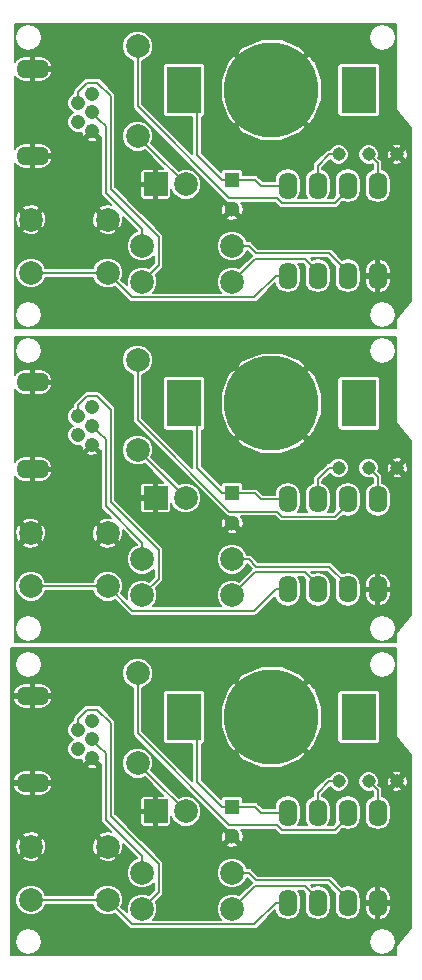
<source format=gtl>
G04 #@! TF.FileFunction,Copper,L1,Top,Signal*
%FSLAX46Y46*%
G04 Gerber Fmt 4.6, Leading zero omitted, Abs format (unit mm)*
G04 Created by KiCad (PCBNEW 4.0.5+dfsg1-4) date Tue Nov  6 22:35:12 2018*
%MOMM*%
%LPD*%
G01*
G04 APERTURE LIST*
%ADD10C,0.100000*%
%ADD11C,2.000000*%
%ADD12C,1.208000*%
%ADD13O,2.800000X1.600000*%
%ADD14C,1.998980*%
%ADD15R,2.000000X2.000000*%
%ADD16O,1.600000X2.300000*%
%ADD17C,1.143000*%
%ADD18R,1.300000X1.300000*%
%ADD19C,1.300000*%
%ADD20C,8.000000*%
%ADD21R,3.000000X4.000000*%
%ADD22C,0.203200*%
G04 APERTURE END LIST*
D10*
D11*
X154559000Y-76399000D03*
X154559000Y-80899000D03*
X148059000Y-76399000D03*
X148059000Y-80899000D03*
D12*
X153259000Y-67310000D03*
X153259000Y-68910000D03*
X152059000Y-66510000D03*
X152059000Y-68110000D03*
X153259000Y-65710000D03*
D13*
X148209000Y-70993000D03*
X148209000Y-63627000D03*
D14*
X165100000Y-78613000D03*
X157480000Y-78613000D03*
D15*
X158623000Y-73406000D03*
D11*
X161163000Y-73406000D03*
D16*
X169799000Y-81153000D03*
X172339000Y-81153000D03*
X174879000Y-81153000D03*
X177419000Y-81153000D03*
X177419000Y-73533000D03*
X174879000Y-73533000D03*
X172339000Y-73533000D03*
X169799000Y-73533000D03*
D17*
X179070000Y-70866000D03*
D18*
X165100000Y-73025000D03*
D19*
X165100000Y-75525000D03*
D14*
X165100000Y-81661000D03*
X157480000Y-81661000D03*
D17*
X176657000Y-70866000D03*
X174117000Y-70866000D03*
D20*
X168436000Y-65405000D03*
D21*
X161036000Y-65405000D03*
X175836000Y-65405000D03*
D14*
X157099000Y-69342000D03*
X157099000Y-61722000D03*
D20*
X168436000Y-91948000D03*
D21*
X161036000Y-91948000D03*
X175836000Y-91948000D03*
D18*
X165100000Y-99568000D03*
D19*
X165100000Y-102068000D03*
D17*
X174117000Y-97409000D03*
X176657000Y-97409000D03*
X179070000Y-97409000D03*
D16*
X169799000Y-107696000D03*
X172339000Y-107696000D03*
X174879000Y-107696000D03*
X177419000Y-107696000D03*
X177419000Y-100076000D03*
X174879000Y-100076000D03*
X172339000Y-100076000D03*
X169799000Y-100076000D03*
D14*
X165100000Y-108204000D03*
X157480000Y-108204000D03*
D11*
X154559000Y-102942000D03*
X154559000Y-107442000D03*
X148059000Y-102942000D03*
X148059000Y-107442000D03*
D14*
X157099000Y-95885000D03*
X157099000Y-88265000D03*
D12*
X153259000Y-93853000D03*
X153259000Y-95453000D03*
X152059000Y-93053000D03*
X152059000Y-94653000D03*
X153259000Y-92253000D03*
D13*
X148209000Y-97536000D03*
X148209000Y-90170000D03*
D15*
X158623000Y-99949000D03*
D11*
X161163000Y-99949000D03*
D14*
X165100000Y-105156000D03*
X157480000Y-105156000D03*
D15*
X158623000Y-126492000D03*
D11*
X161163000Y-126492000D03*
X154559000Y-129485000D03*
X154559000Y-133985000D03*
X148059000Y-129485000D03*
X148059000Y-133985000D03*
D20*
X168436000Y-118491000D03*
D21*
X161036000Y-118491000D03*
X175836000Y-118491000D03*
D18*
X165100000Y-126111000D03*
D19*
X165100000Y-128611000D03*
D17*
X176657000Y-123952000D03*
X174117000Y-123952000D03*
X179070000Y-123952000D03*
D12*
X153259000Y-120396000D03*
X153259000Y-121996000D03*
X152059000Y-119596000D03*
X152059000Y-121196000D03*
X153259000Y-118796000D03*
D13*
X148209000Y-124079000D03*
X148209000Y-116713000D03*
D14*
X157099000Y-122428000D03*
X157099000Y-114808000D03*
X165100000Y-131699000D03*
X157480000Y-131699000D03*
X165100000Y-134747000D03*
X157480000Y-134747000D03*
D16*
X169799000Y-134239000D03*
X172339000Y-134239000D03*
X174879000Y-134239000D03*
X177419000Y-134239000D03*
X177419000Y-126619000D03*
X174879000Y-126619000D03*
X172339000Y-126619000D03*
X169799000Y-126619000D03*
D22*
X158242000Y-70485000D02*
X157099000Y-69342000D01*
X161163000Y-73406000D02*
X158242000Y-70485000D01*
X161163000Y-99949000D02*
X158242000Y-97028000D01*
X158242000Y-97028000D02*
X157099000Y-95885000D01*
X158242000Y-123571000D02*
X157099000Y-122428000D01*
X161163000Y-126492000D02*
X158242000Y-123571000D01*
X152059000Y-65564974D02*
X152059000Y-65655816D01*
X152059000Y-65655816D02*
X152059000Y-66510000D01*
X152822775Y-64801199D02*
X152059000Y-65564974D01*
X153695225Y-64801199D02*
X152822775Y-64801199D01*
X154813000Y-65918974D02*
X153695225Y-64801199D01*
X158877000Y-77851000D02*
X154813000Y-73787000D01*
X158877000Y-80264000D02*
X158877000Y-77851000D01*
X157480000Y-81661000D02*
X158877000Y-80264000D01*
X154813000Y-73787000D02*
X154813000Y-65918974D01*
X154813000Y-100330000D02*
X154813000Y-92461974D01*
X152059000Y-92198816D02*
X152059000Y-93053000D01*
X152059000Y-92107974D02*
X152059000Y-92198816D01*
X152822775Y-91344199D02*
X152059000Y-92107974D01*
X153695225Y-91344199D02*
X152822775Y-91344199D01*
X154813000Y-92461974D02*
X153695225Y-91344199D01*
X158877000Y-106807000D02*
X158877000Y-104394000D01*
X158877000Y-104394000D02*
X154813000Y-100330000D01*
X157480000Y-108204000D02*
X158877000Y-106807000D01*
X154813000Y-126873000D02*
X154813000Y-119004974D01*
X154813000Y-119004974D02*
X153695225Y-117887199D01*
X153695225Y-117887199D02*
X152822775Y-117887199D01*
X152822775Y-117887199D02*
X152059000Y-118650974D01*
X152059000Y-118650974D02*
X152059000Y-118741816D01*
X152059000Y-118741816D02*
X152059000Y-119596000D01*
X158877000Y-130937000D02*
X154813000Y-126873000D01*
X158877000Y-133350000D02*
X158877000Y-130937000D01*
X157480000Y-134747000D02*
X158877000Y-133350000D01*
X154406589Y-68457589D02*
X153862999Y-67913999D01*
X153862999Y-67913999D02*
X153259000Y-67310000D01*
X157480000Y-78613000D02*
X157480000Y-77199508D01*
X157480000Y-77199508D02*
X154406589Y-74126097D01*
X154406589Y-74126097D02*
X154406589Y-68457589D01*
X154406589Y-95000589D02*
X153862999Y-94456999D01*
X153862999Y-94456999D02*
X153259000Y-93853000D01*
X157480000Y-105156000D02*
X157480000Y-103742508D01*
X157480000Y-103742508D02*
X154406589Y-100669097D01*
X154406589Y-100669097D02*
X154406589Y-95000589D01*
X154406589Y-121543589D02*
X153862999Y-120999999D01*
X154406589Y-127212097D02*
X154406589Y-121543589D01*
X157480000Y-130285508D02*
X154406589Y-127212097D01*
X157480000Y-131699000D02*
X157480000Y-130285508D01*
X153862999Y-120999999D02*
X153259000Y-120396000D01*
X171234190Y-79698190D02*
X172339000Y-80803000D01*
X172339000Y-80803000D02*
X172339000Y-81153000D01*
X167062810Y-79698190D02*
X171234190Y-79698190D01*
X165100000Y-81661000D02*
X167062810Y-79698190D01*
X172339000Y-107346000D02*
X172339000Y-107696000D01*
X171234190Y-106241190D02*
X172339000Y-107346000D01*
X167062810Y-106241190D02*
X171234190Y-106241190D01*
X165100000Y-108204000D02*
X167062810Y-106241190D01*
X165100000Y-134747000D02*
X167062810Y-132784190D01*
X167062810Y-132784190D02*
X171234190Y-132784190D01*
X172339000Y-133889000D02*
X172339000Y-134239000D01*
X171234190Y-132784190D02*
X172339000Y-133889000D01*
X174879000Y-80803000D02*
X174879000Y-81153000D01*
X173324000Y-79248000D02*
X174879000Y-80803000D01*
X167148492Y-79248000D02*
X173324000Y-79248000D01*
X166513492Y-78613000D02*
X167148492Y-79248000D01*
X165100000Y-78613000D02*
X166513492Y-78613000D01*
X174879000Y-107346000D02*
X174879000Y-107696000D01*
X173324000Y-105791000D02*
X174879000Y-107346000D01*
X166513492Y-105156000D02*
X167148492Y-105791000D01*
X167148492Y-105791000D02*
X173324000Y-105791000D01*
X165100000Y-105156000D02*
X166513492Y-105156000D01*
X167148492Y-132334000D02*
X173324000Y-132334000D01*
X173324000Y-132334000D02*
X174879000Y-133889000D01*
X174879000Y-133889000D02*
X174879000Y-134239000D01*
X165100000Y-131699000D02*
X166513492Y-131699000D01*
X166513492Y-131699000D02*
X167148492Y-132334000D01*
X169799000Y-73533000D02*
X167513000Y-73533000D01*
X164246800Y-73025000D02*
X165100000Y-73025000D01*
X167513000Y-73533000D02*
X167005000Y-73025000D01*
X167005000Y-73025000D02*
X165100000Y-73025000D01*
X162111000Y-65405000D02*
X162111000Y-70889200D01*
X162111000Y-70889200D02*
X164246800Y-73025000D01*
X162111000Y-91948000D02*
X162111000Y-97432200D01*
X162111000Y-97432200D02*
X164246800Y-99568000D01*
X164246800Y-99568000D02*
X165100000Y-99568000D01*
X167005000Y-99568000D02*
X165100000Y-99568000D01*
X167513000Y-100076000D02*
X167005000Y-99568000D01*
X169799000Y-100076000D02*
X167513000Y-100076000D01*
X162111000Y-118491000D02*
X162111000Y-123975200D01*
X162111000Y-123975200D02*
X164246800Y-126111000D01*
X164246800Y-126111000D02*
X165100000Y-126111000D01*
X167513000Y-126619000D02*
X167005000Y-126111000D01*
X167005000Y-126111000D02*
X165100000Y-126111000D01*
X169799000Y-126619000D02*
X167513000Y-126619000D01*
X177419000Y-71628000D02*
X177419000Y-73533000D01*
X176657000Y-70866000D02*
X177419000Y-71628000D01*
X177419000Y-98171000D02*
X177419000Y-100076000D01*
X176657000Y-97409000D02*
X177419000Y-98171000D01*
X176657000Y-123952000D02*
X177419000Y-124714000D01*
X177419000Y-124714000D02*
X177419000Y-126619000D01*
X172339000Y-71835777D02*
X172339000Y-72179800D01*
X174117000Y-70866000D02*
X173308777Y-70866000D01*
X172339000Y-72179800D02*
X172339000Y-73533000D01*
X173308777Y-70866000D02*
X172339000Y-71835777D01*
X172339000Y-98378777D02*
X172339000Y-98722800D01*
X173308777Y-97409000D02*
X172339000Y-98378777D01*
X174117000Y-97409000D02*
X173308777Y-97409000D01*
X172339000Y-98722800D02*
X172339000Y-100076000D01*
X174117000Y-123952000D02*
X173308777Y-123952000D01*
X173308777Y-123952000D02*
X172339000Y-124921777D01*
X172339000Y-124921777D02*
X172339000Y-125265800D01*
X172339000Y-125265800D02*
X172339000Y-126619000D01*
X157099000Y-66802000D02*
X157099000Y-61722000D01*
X174879000Y-73883000D02*
X173774190Y-74987810D01*
X173774190Y-74987810D02*
X169341373Y-74987810D01*
X174879000Y-73533000D02*
X174879000Y-73883000D01*
X169341373Y-74987810D02*
X168923762Y-74570199D01*
X168923762Y-74570199D02*
X164867199Y-74570199D01*
X164867199Y-74570199D02*
X157099000Y-66802000D01*
X157099000Y-93345000D02*
X157099000Y-88265000D01*
X164867199Y-101113199D02*
X157099000Y-93345000D01*
X173774190Y-101530810D02*
X169341373Y-101530810D01*
X174879000Y-100426000D02*
X173774190Y-101530810D01*
X168923762Y-101113199D02*
X164867199Y-101113199D01*
X169341373Y-101530810D02*
X168923762Y-101113199D01*
X174879000Y-100076000D02*
X174879000Y-100426000D01*
X174879000Y-126619000D02*
X174879000Y-126969000D01*
X174879000Y-126969000D02*
X173774190Y-128073810D01*
X173774190Y-128073810D02*
X169341373Y-128073810D01*
X169341373Y-128073810D02*
X168923762Y-127656199D01*
X168923762Y-127656199D02*
X164867199Y-127656199D01*
X164867199Y-127656199D02*
X157099000Y-119888000D01*
X157099000Y-119888000D02*
X157099000Y-114808000D01*
X168795800Y-81153000D02*
X169799000Y-81153000D01*
X148059000Y-80899000D02*
X154559000Y-80899000D01*
X166983509Y-82965291D02*
X168795800Y-81153000D01*
X156625291Y-82965291D02*
X166983509Y-82965291D01*
X154559000Y-80899000D02*
X156625291Y-82965291D01*
X154559000Y-107442000D02*
X156625291Y-109508291D01*
X148059000Y-107442000D02*
X154559000Y-107442000D01*
X156625291Y-109508291D02*
X166983509Y-109508291D01*
X168795800Y-107696000D02*
X169799000Y-107696000D01*
X166983509Y-109508291D02*
X168795800Y-107696000D01*
X154559000Y-133985000D02*
X156625291Y-136051291D01*
X166983509Y-136051291D02*
X168795800Y-134239000D01*
X156625291Y-136051291D02*
X166983509Y-136051291D01*
X168795800Y-134239000D02*
X169799000Y-134239000D01*
X148059000Y-133985000D02*
X154559000Y-133985000D01*
G36*
X178944200Y-120015000D02*
X178955359Y-120071099D01*
X178961393Y-120127978D01*
X178969715Y-120143269D01*
X178973111Y-120160343D01*
X179004888Y-120207901D01*
X179032230Y-120258142D01*
X180214200Y-121676507D01*
X180214200Y-136387493D01*
X179032230Y-137805858D01*
X179004888Y-137856099D01*
X178973111Y-137903657D01*
X178969715Y-137920731D01*
X178961393Y-137936022D01*
X178955359Y-137992901D01*
X178944200Y-138049000D01*
X178944200Y-138685200D01*
X146405600Y-138685200D01*
X146405600Y-137541000D01*
X146686200Y-137541000D01*
X146773114Y-137977948D01*
X147020625Y-138348375D01*
X147391052Y-138595886D01*
X147828000Y-138682800D01*
X148264948Y-138595886D01*
X148635375Y-138348375D01*
X148882886Y-137977948D01*
X148969800Y-137541000D01*
X176658200Y-137541000D01*
X176745114Y-137977948D01*
X176992625Y-138348375D01*
X177363052Y-138595886D01*
X177800000Y-138682800D01*
X178236948Y-138595886D01*
X178607375Y-138348375D01*
X178854886Y-137977948D01*
X178941800Y-137541000D01*
X178854886Y-137104052D01*
X178607375Y-136733625D01*
X178236948Y-136486114D01*
X177800000Y-136399200D01*
X177363052Y-136486114D01*
X176992625Y-136733625D01*
X176745114Y-137104052D01*
X176658200Y-137541000D01*
X148969800Y-137541000D01*
X148882886Y-137104052D01*
X148635375Y-136733625D01*
X148264948Y-136486114D01*
X147828000Y-136399200D01*
X147391052Y-136486114D01*
X147020625Y-136733625D01*
X146773114Y-137104052D01*
X146686200Y-137541000D01*
X146405600Y-137541000D01*
X146405600Y-134243402D01*
X146753974Y-134243402D01*
X146952199Y-134723144D01*
X147318925Y-135090511D01*
X147798320Y-135289573D01*
X148317402Y-135290026D01*
X148797144Y-135091801D01*
X149164511Y-134725075D01*
X149303065Y-134391400D01*
X153315125Y-134391400D01*
X153452199Y-134723144D01*
X153818925Y-135090511D01*
X154298320Y-135289573D01*
X154817402Y-135290026D01*
X155151319Y-135152055D01*
X156337923Y-136338659D01*
X156469768Y-136426756D01*
X156625291Y-136457691D01*
X166983509Y-136457691D01*
X167139032Y-136426756D01*
X167270877Y-136338659D01*
X168743614Y-134865923D01*
X168778298Y-135040290D01*
X169017788Y-135398713D01*
X169376211Y-135638203D01*
X169799000Y-135722301D01*
X170221789Y-135638203D01*
X170580212Y-135398713D01*
X170819702Y-135040290D01*
X170903800Y-134617501D01*
X170903800Y-133860499D01*
X170819702Y-133437710D01*
X170654582Y-133190590D01*
X171065854Y-133190590D01*
X171317415Y-133442151D01*
X171234200Y-133860499D01*
X171234200Y-134617501D01*
X171318298Y-135040290D01*
X171557788Y-135398713D01*
X171916211Y-135638203D01*
X172339000Y-135722301D01*
X172761789Y-135638203D01*
X173120212Y-135398713D01*
X173359702Y-135040290D01*
X173443800Y-134617501D01*
X173443800Y-133860499D01*
X173359702Y-133437710D01*
X173120212Y-133079287D01*
X172761789Y-132839797D01*
X172339000Y-132755699D01*
X171916211Y-132839797D01*
X171885232Y-132860496D01*
X171765136Y-132740400D01*
X173155664Y-132740400D01*
X173857415Y-133442151D01*
X173774200Y-133860499D01*
X173774200Y-134617501D01*
X173858298Y-135040290D01*
X174097788Y-135398713D01*
X174456211Y-135638203D01*
X174879000Y-135722301D01*
X175301789Y-135638203D01*
X175660212Y-135398713D01*
X175899702Y-135040290D01*
X175983800Y-134617501D01*
X175983800Y-134391400D01*
X176314200Y-134391400D01*
X176314200Y-134741400D01*
X176456619Y-135152588D01*
X176745552Y-135477975D01*
X177097300Y-135645926D01*
X177266600Y-135606247D01*
X177266600Y-134391400D01*
X177571400Y-134391400D01*
X177571400Y-135606247D01*
X177740700Y-135645926D01*
X178092448Y-135477975D01*
X178381381Y-135152588D01*
X178523800Y-134741400D01*
X178523800Y-134391400D01*
X177571400Y-134391400D01*
X177266600Y-134391400D01*
X176314200Y-134391400D01*
X175983800Y-134391400D01*
X175983800Y-133860499D01*
X175959155Y-133736600D01*
X176314200Y-133736600D01*
X176314200Y-134086600D01*
X177266600Y-134086600D01*
X177266600Y-132871753D01*
X177571400Y-132871753D01*
X177571400Y-134086600D01*
X178523800Y-134086600D01*
X178523800Y-133736600D01*
X178381381Y-133325412D01*
X178092448Y-133000025D01*
X177740700Y-132832074D01*
X177571400Y-132871753D01*
X177266600Y-132871753D01*
X177097300Y-132832074D01*
X176745552Y-133000025D01*
X176456619Y-133325412D01*
X176314200Y-133736600D01*
X175959155Y-133736600D01*
X175899702Y-133437710D01*
X175660212Y-133079287D01*
X175301789Y-132839797D01*
X174879000Y-132755699D01*
X174456211Y-132839797D01*
X174425232Y-132860496D01*
X173611368Y-132046632D01*
X173479523Y-131958535D01*
X173324000Y-131927600D01*
X167316828Y-131927600D01*
X166800860Y-131411632D01*
X166669015Y-131323535D01*
X166513492Y-131292600D01*
X166343323Y-131292600D01*
X166206368Y-130961144D01*
X165839786Y-130593921D01*
X165360578Y-130394936D01*
X164841699Y-130394484D01*
X164362144Y-130592632D01*
X163994921Y-130959214D01*
X163795936Y-131438422D01*
X163795484Y-131957301D01*
X163993632Y-132436856D01*
X164360214Y-132804079D01*
X164839422Y-133003064D01*
X165358301Y-133003516D01*
X165837856Y-132805368D01*
X166205079Y-132438786D01*
X166343513Y-132105400D01*
X166345156Y-132105400D01*
X166756010Y-132516254D01*
X165691794Y-133580469D01*
X165360578Y-133442936D01*
X164841699Y-133442484D01*
X164362144Y-133640632D01*
X163994921Y-134007214D01*
X163795936Y-134486422D01*
X163795484Y-135005301D01*
X163993632Y-135484856D01*
X164153388Y-135644891D01*
X158426698Y-135644891D01*
X158585079Y-135486786D01*
X158784064Y-135007578D01*
X158784516Y-134488699D01*
X158646664Y-134155072D01*
X159164368Y-133637368D01*
X159252465Y-133505523D01*
X159283400Y-133350000D01*
X159283400Y-130937000D01*
X159252465Y-130781477D01*
X159164368Y-130649632D01*
X157858772Y-129344036D01*
X164582490Y-129344036D01*
X164658137Y-129478451D01*
X165023730Y-129581514D01*
X165400935Y-129536826D01*
X165541863Y-129478451D01*
X165617510Y-129344036D01*
X165100000Y-128826526D01*
X164582490Y-129344036D01*
X157858772Y-129344036D01*
X157049466Y-128534730D01*
X164129486Y-128534730D01*
X164174174Y-128911935D01*
X164232549Y-129052863D01*
X164366964Y-129128510D01*
X164884474Y-128611000D01*
X164366964Y-128093490D01*
X164232549Y-128169137D01*
X164129486Y-128534730D01*
X157049466Y-128534730D01*
X155235336Y-126720600D01*
X157318200Y-126720600D01*
X157318200Y-127552628D01*
X157364603Y-127664655D01*
X157450344Y-127750397D01*
X157562371Y-127796800D01*
X158394400Y-127796800D01*
X158470600Y-127720600D01*
X158470600Y-126644400D01*
X157394400Y-126644400D01*
X157318200Y-126720600D01*
X155235336Y-126720600D01*
X155219400Y-126704664D01*
X155219400Y-125431372D01*
X157318200Y-125431372D01*
X157318200Y-126263400D01*
X157394400Y-126339600D01*
X158470600Y-126339600D01*
X158470600Y-125263400D01*
X158394400Y-125187200D01*
X157562371Y-125187200D01*
X157450344Y-125233603D01*
X157364603Y-125319345D01*
X157318200Y-125431372D01*
X155219400Y-125431372D01*
X155219400Y-122686301D01*
X155794484Y-122686301D01*
X155992632Y-123165856D01*
X156359214Y-123533079D01*
X156838422Y-123732064D01*
X157357301Y-123732516D01*
X157690928Y-123594664D01*
X159283464Y-125187200D01*
X158851600Y-125187200D01*
X158775400Y-125263400D01*
X158775400Y-126339600D01*
X158795400Y-126339600D01*
X158795400Y-126644400D01*
X158775400Y-126644400D01*
X158775400Y-127720600D01*
X158851600Y-127796800D01*
X159683629Y-127796800D01*
X159795656Y-127750397D01*
X159881397Y-127664655D01*
X159927800Y-127552628D01*
X159927800Y-126919394D01*
X160056199Y-127230144D01*
X160422925Y-127597511D01*
X160902320Y-127796573D01*
X161421402Y-127797026D01*
X161901144Y-127598801D01*
X162268511Y-127232075D01*
X162467573Y-126752680D01*
X162468026Y-126233598D01*
X162269801Y-125753856D01*
X161903075Y-125386489D01*
X161423680Y-125187427D01*
X160904598Y-125186974D01*
X160570681Y-125324945D01*
X158265531Y-123019795D01*
X158403064Y-122688578D01*
X158403516Y-122169699D01*
X158205368Y-121690144D01*
X157838786Y-121322921D01*
X157359578Y-121123936D01*
X156840699Y-121123484D01*
X156361144Y-121321632D01*
X155993921Y-121688214D01*
X155794936Y-122167422D01*
X155794484Y-122686301D01*
X155219400Y-122686301D01*
X155219400Y-119004974D01*
X155213948Y-118977564D01*
X155188466Y-118849452D01*
X155100369Y-118717606D01*
X153982593Y-117599831D01*
X153850748Y-117511734D01*
X153695225Y-117480799D01*
X152822775Y-117480799D01*
X152667252Y-117511734D01*
X152535407Y-117599831D01*
X151771632Y-118363606D01*
X151683535Y-118495451D01*
X151652600Y-118650974D01*
X151652600Y-118780599D01*
X151544879Y-118825108D01*
X151289006Y-119080534D01*
X151150359Y-119414436D01*
X151150043Y-119775978D01*
X151288108Y-120110121D01*
X151543534Y-120365994D01*
X151615562Y-120395902D01*
X151544879Y-120425108D01*
X151289006Y-120680534D01*
X151150359Y-121014436D01*
X151150043Y-121375978D01*
X151288108Y-121710121D01*
X151543534Y-121965994D01*
X151877436Y-122104641D01*
X152238978Y-122104957D01*
X152350885Y-122058718D01*
X152380108Y-122289502D01*
X152429992Y-122409933D01*
X152559645Y-122479829D01*
X153043474Y-121996000D01*
X153029332Y-121981858D01*
X153244858Y-121766332D01*
X153259000Y-121780474D01*
X153273143Y-121766332D01*
X153488669Y-121981858D01*
X153474526Y-121996000D01*
X153958355Y-122479829D01*
X154000189Y-122457276D01*
X154000189Y-127212097D01*
X154031124Y-127367620D01*
X154119221Y-127499465D01*
X154815732Y-128195976D01*
X154719334Y-128164334D01*
X154201732Y-128203507D01*
X153905474Y-128326221D01*
X153786508Y-128496982D01*
X154559000Y-129269474D01*
X154573143Y-129255332D01*
X154788669Y-129470858D01*
X154774526Y-129485000D01*
X155547018Y-130257492D01*
X155717779Y-130138526D01*
X155879666Y-129645334D01*
X155848108Y-129228353D01*
X157073600Y-130453845D01*
X157073600Y-130455677D01*
X156742144Y-130592632D01*
X156374921Y-130959214D01*
X156175936Y-131438422D01*
X156175484Y-131957301D01*
X156373632Y-132436856D01*
X156740214Y-132804079D01*
X157219422Y-133003064D01*
X157738301Y-133003516D01*
X158217856Y-132805368D01*
X158470600Y-132553065D01*
X158470600Y-133181664D01*
X158071795Y-133580469D01*
X157740578Y-133442936D01*
X157221699Y-133442484D01*
X156742144Y-133640632D01*
X156374921Y-134007214D01*
X156175936Y-134486422D01*
X156175484Y-135005301D01*
X156190586Y-135041850D01*
X155725920Y-134577184D01*
X155863573Y-134245680D01*
X155864026Y-133726598D01*
X155665801Y-133246856D01*
X155299075Y-132879489D01*
X154819680Y-132680427D01*
X154300598Y-132679974D01*
X153820856Y-132878199D01*
X153453489Y-133244925D01*
X153314935Y-133578600D01*
X149302875Y-133578600D01*
X149165801Y-133246856D01*
X148799075Y-132879489D01*
X148319680Y-132680427D01*
X147800598Y-132679974D01*
X147320856Y-132878199D01*
X146953489Y-133244925D01*
X146754427Y-133724320D01*
X146753974Y-134243402D01*
X146405600Y-134243402D01*
X146405600Y-130473018D01*
X147286508Y-130473018D01*
X147405474Y-130643779D01*
X147898666Y-130805666D01*
X148416268Y-130766493D01*
X148712526Y-130643779D01*
X148831492Y-130473018D01*
X153786508Y-130473018D01*
X153905474Y-130643779D01*
X154398666Y-130805666D01*
X154916268Y-130766493D01*
X155212526Y-130643779D01*
X155331492Y-130473018D01*
X154559000Y-129700526D01*
X153786508Y-130473018D01*
X148831492Y-130473018D01*
X148059000Y-129700526D01*
X147286508Y-130473018D01*
X146405600Y-130473018D01*
X146405600Y-129324666D01*
X146738334Y-129324666D01*
X146777507Y-129842268D01*
X146900221Y-130138526D01*
X147070982Y-130257492D01*
X147843474Y-129485000D01*
X148274526Y-129485000D01*
X149047018Y-130257492D01*
X149217779Y-130138526D01*
X149379666Y-129645334D01*
X149355398Y-129324666D01*
X153238334Y-129324666D01*
X153277507Y-129842268D01*
X153400221Y-130138526D01*
X153570982Y-130257492D01*
X154343474Y-129485000D01*
X153570982Y-128712508D01*
X153400221Y-128831474D01*
X153238334Y-129324666D01*
X149355398Y-129324666D01*
X149340493Y-129127732D01*
X149217779Y-128831474D01*
X149047018Y-128712508D01*
X148274526Y-129485000D01*
X147843474Y-129485000D01*
X147070982Y-128712508D01*
X146900221Y-128831474D01*
X146738334Y-129324666D01*
X146405600Y-129324666D01*
X146405600Y-128496982D01*
X147286508Y-128496982D01*
X148059000Y-129269474D01*
X148831492Y-128496982D01*
X148712526Y-128326221D01*
X148219334Y-128164334D01*
X147701732Y-128203507D01*
X147405474Y-128326221D01*
X147286508Y-128496982D01*
X146405600Y-128496982D01*
X146405600Y-123757300D01*
X146552074Y-123757300D01*
X146591753Y-123926600D01*
X146971928Y-123926600D01*
X146960009Y-123986522D01*
X146960007Y-123986527D01*
X146960008Y-124046000D01*
X146960007Y-124105473D01*
X146960009Y-124105478D01*
X146985056Y-124231400D01*
X146591753Y-124231400D01*
X146552074Y-124400700D01*
X146720025Y-124752448D01*
X147045412Y-125041381D01*
X147456600Y-125183800D01*
X148056600Y-125183800D01*
X148056600Y-124700850D01*
X148361400Y-124700850D01*
X148361400Y-125183800D01*
X148961400Y-125183800D01*
X149372588Y-125041381D01*
X149697975Y-124752448D01*
X149865926Y-124400700D01*
X149826247Y-124231400D01*
X149432944Y-124231400D01*
X149457991Y-124105478D01*
X149457993Y-124105473D01*
X149457993Y-123986527D01*
X149457991Y-123986522D01*
X149446072Y-123926600D01*
X149826247Y-123926600D01*
X149865926Y-123757300D01*
X149697975Y-123405552D01*
X149372588Y-123116619D01*
X148961400Y-122974200D01*
X148361400Y-122974200D01*
X148361400Y-123391150D01*
X148056600Y-123391150D01*
X148056600Y-122974200D01*
X147456600Y-122974200D01*
X147045412Y-123116619D01*
X146720025Y-123405552D01*
X146552074Y-123757300D01*
X146405600Y-123757300D01*
X146405600Y-122695355D01*
X152775171Y-122695355D01*
X152845067Y-122825008D01*
X153193823Y-122920309D01*
X153552502Y-122874892D01*
X153672933Y-122825008D01*
X153742829Y-122695355D01*
X153259000Y-122211526D01*
X152775171Y-122695355D01*
X146405600Y-122695355D01*
X146405600Y-116391300D01*
X146552074Y-116391300D01*
X146591753Y-116560600D01*
X146985056Y-116560600D01*
X146960009Y-116686522D01*
X146960007Y-116686527D01*
X146960008Y-116746000D01*
X146960007Y-116805473D01*
X146960009Y-116805478D01*
X146971928Y-116865400D01*
X146591753Y-116865400D01*
X146552074Y-117034700D01*
X146720025Y-117386448D01*
X147045412Y-117675381D01*
X147456600Y-117817800D01*
X148056600Y-117817800D01*
X148056600Y-117400850D01*
X148361400Y-117400850D01*
X148361400Y-117817800D01*
X148961400Y-117817800D01*
X149372588Y-117675381D01*
X149697975Y-117386448D01*
X149865926Y-117034700D01*
X149826247Y-116865400D01*
X149446072Y-116865400D01*
X149457991Y-116805478D01*
X149457993Y-116805473D01*
X149457993Y-116686527D01*
X149457991Y-116686522D01*
X149432944Y-116560600D01*
X149826247Y-116560600D01*
X149865926Y-116391300D01*
X149697975Y-116039552D01*
X149372588Y-115750619D01*
X148961400Y-115608200D01*
X148361400Y-115608200D01*
X148361400Y-116091150D01*
X148056600Y-116091150D01*
X148056600Y-115608200D01*
X147456600Y-115608200D01*
X147045412Y-115750619D01*
X146720025Y-116039552D01*
X146552074Y-116391300D01*
X146405600Y-116391300D01*
X146405600Y-114046000D01*
X146686200Y-114046000D01*
X146773114Y-114482948D01*
X147020625Y-114853375D01*
X147391052Y-115100886D01*
X147828000Y-115187800D01*
X148264948Y-115100886D01*
X148316708Y-115066301D01*
X155794484Y-115066301D01*
X155992632Y-115545856D01*
X156359214Y-115913079D01*
X156692600Y-116051513D01*
X156692600Y-119888000D01*
X156723535Y-120043523D01*
X156767040Y-120108632D01*
X156811632Y-120175368D01*
X164579831Y-127943567D01*
X164711676Y-128031664D01*
X164742277Y-128037751D01*
X165100000Y-128395474D01*
X165114143Y-128381332D01*
X165329669Y-128596858D01*
X165315526Y-128611000D01*
X165833036Y-129128510D01*
X165967451Y-129052863D01*
X166070514Y-128687270D01*
X166025826Y-128310065D01*
X165967451Y-128169137D01*
X165833038Y-128093491D01*
X165863930Y-128062599D01*
X168755426Y-128062599D01*
X169054005Y-128361178D01*
X169185850Y-128449275D01*
X169341373Y-128480210D01*
X173774190Y-128480210D01*
X173929713Y-128449275D01*
X174061558Y-128361178D01*
X174425232Y-127997504D01*
X174456211Y-128018203D01*
X174879000Y-128102301D01*
X175301789Y-128018203D01*
X175660212Y-127778713D01*
X175899702Y-127420290D01*
X175983800Y-126997501D01*
X175983800Y-126240499D01*
X175899702Y-125817710D01*
X175660212Y-125459287D01*
X175301789Y-125219797D01*
X174879000Y-125135699D01*
X174456211Y-125219797D01*
X174097788Y-125459287D01*
X173858298Y-125817710D01*
X173774200Y-126240499D01*
X173774200Y-126997501D01*
X173857415Y-127415849D01*
X173605854Y-127667410D01*
X173194582Y-127667410D01*
X173359702Y-127420290D01*
X173443800Y-126997501D01*
X173443800Y-126240499D01*
X173359702Y-125817710D01*
X173120212Y-125459287D01*
X172761789Y-125219797D01*
X172745400Y-125216537D01*
X172745400Y-125090113D01*
X173380720Y-124454793D01*
X173619968Y-124694458D01*
X173941928Y-124828148D01*
X174290542Y-124828452D01*
X174612736Y-124695324D01*
X174859458Y-124449032D01*
X174993148Y-124127072D01*
X174993149Y-124125542D01*
X175780548Y-124125542D01*
X175913676Y-124447736D01*
X176159968Y-124694458D01*
X176481928Y-124828148D01*
X176830542Y-124828452D01*
X176921240Y-124790976D01*
X177012600Y-124882336D01*
X177012600Y-125216537D01*
X176996211Y-125219797D01*
X176637788Y-125459287D01*
X176398298Y-125817710D01*
X176314200Y-126240499D01*
X176314200Y-126997501D01*
X176398298Y-127420290D01*
X176637788Y-127778713D01*
X176996211Y-128018203D01*
X177419000Y-128102301D01*
X177841789Y-128018203D01*
X178200212Y-127778713D01*
X178439702Y-127420290D01*
X178523800Y-126997501D01*
X178523800Y-126240499D01*
X178439702Y-125817710D01*
X178200212Y-125459287D01*
X177841789Y-125219797D01*
X177825400Y-125216537D01*
X177825400Y-124714000D01*
X177808199Y-124627522D01*
X178610004Y-124627522D01*
X178675823Y-124753817D01*
X179012670Y-124843628D01*
X179358245Y-124797697D01*
X179464177Y-124753817D01*
X179529996Y-124627522D01*
X179070000Y-124167526D01*
X178610004Y-124627522D01*
X177808199Y-124627522D01*
X177794465Y-124558477D01*
X177706368Y-124426632D01*
X177496079Y-124216343D01*
X177533148Y-124127072D01*
X177533350Y-123894670D01*
X178178372Y-123894670D01*
X178224303Y-124240245D01*
X178268183Y-124346177D01*
X178394478Y-124411996D01*
X178854474Y-123952000D01*
X179285526Y-123952000D01*
X179745522Y-124411996D01*
X179871817Y-124346177D01*
X179961628Y-124009330D01*
X179915697Y-123663755D01*
X179871817Y-123557823D01*
X179745522Y-123492004D01*
X179285526Y-123952000D01*
X178854474Y-123952000D01*
X178394478Y-123492004D01*
X178268183Y-123557823D01*
X178178372Y-123894670D01*
X177533350Y-123894670D01*
X177533452Y-123778458D01*
X177400324Y-123456264D01*
X177220852Y-123276478D01*
X178610004Y-123276478D01*
X179070000Y-123736474D01*
X179529996Y-123276478D01*
X179464177Y-123150183D01*
X179127330Y-123060372D01*
X178781755Y-123106303D01*
X178675823Y-123150183D01*
X178610004Y-123276478D01*
X177220852Y-123276478D01*
X177154032Y-123209542D01*
X176832072Y-123075852D01*
X176483458Y-123075548D01*
X176161264Y-123208676D01*
X175914542Y-123454968D01*
X175780852Y-123776928D01*
X175780548Y-124125542D01*
X174993149Y-124125542D01*
X174993452Y-123778458D01*
X174860324Y-123456264D01*
X174614032Y-123209542D01*
X174292072Y-123075852D01*
X173943458Y-123075548D01*
X173621264Y-123208676D01*
X173374542Y-123454968D01*
X173336908Y-123545600D01*
X173308777Y-123545600D01*
X173153254Y-123576535D01*
X173074514Y-123629148D01*
X173021409Y-123664632D01*
X172051632Y-124634409D01*
X171963535Y-124766254D01*
X171932600Y-124921777D01*
X171932600Y-125216537D01*
X171916211Y-125219797D01*
X171557788Y-125459287D01*
X171318298Y-125817710D01*
X171234200Y-126240499D01*
X171234200Y-126997501D01*
X171318298Y-127420290D01*
X171483418Y-127667410D01*
X170654582Y-127667410D01*
X170819702Y-127420290D01*
X170903800Y-126997501D01*
X170903800Y-126240499D01*
X170819702Y-125817710D01*
X170580212Y-125459287D01*
X170221789Y-125219797D01*
X169799000Y-125135699D01*
X169376211Y-125219797D01*
X169017788Y-125459287D01*
X168778298Y-125817710D01*
X168699749Y-126212600D01*
X167681337Y-126212600D01*
X167292368Y-125823632D01*
X167283505Y-125817710D01*
X167160523Y-125735535D01*
X167005000Y-125704600D01*
X166060771Y-125704600D01*
X166060771Y-125461000D01*
X166039518Y-125348048D01*
X165972763Y-125244308D01*
X165870907Y-125174713D01*
X165750000Y-125150229D01*
X164450000Y-125150229D01*
X164337048Y-125171482D01*
X164233308Y-125238237D01*
X164163713Y-125340093D01*
X164144670Y-125434134D01*
X162517400Y-123806864D01*
X162517400Y-121646565D01*
X165495961Y-121646565D01*
X165980981Y-122129322D01*
X167560185Y-122791867D01*
X169272723Y-122799643D01*
X170857877Y-122151467D01*
X170891019Y-122129322D01*
X171376039Y-121646565D01*
X168436000Y-118706526D01*
X165495961Y-121646565D01*
X162517400Y-121646565D01*
X162517400Y-120801771D01*
X162536000Y-120801771D01*
X162648952Y-120780518D01*
X162752692Y-120713763D01*
X162822287Y-120611907D01*
X162846771Y-120491000D01*
X162846771Y-119327723D01*
X164127357Y-119327723D01*
X164775533Y-120912877D01*
X164797678Y-120946019D01*
X165280435Y-121431039D01*
X168220474Y-118491000D01*
X168651526Y-118491000D01*
X171591565Y-121431039D01*
X172074322Y-120946019D01*
X172736867Y-119366815D01*
X172744643Y-117654277D01*
X172268975Y-116491000D01*
X174025229Y-116491000D01*
X174025229Y-120491000D01*
X174046482Y-120603952D01*
X174113237Y-120707692D01*
X174215093Y-120777287D01*
X174336000Y-120801771D01*
X177336000Y-120801771D01*
X177448952Y-120780518D01*
X177552692Y-120713763D01*
X177622287Y-120611907D01*
X177646771Y-120491000D01*
X177646771Y-116491000D01*
X177625518Y-116378048D01*
X177558763Y-116274308D01*
X177456907Y-116204713D01*
X177336000Y-116180229D01*
X174336000Y-116180229D01*
X174223048Y-116201482D01*
X174119308Y-116268237D01*
X174049713Y-116370093D01*
X174025229Y-116491000D01*
X172268975Y-116491000D01*
X172096467Y-116069123D01*
X172074322Y-116035981D01*
X171591565Y-115550961D01*
X168651526Y-118491000D01*
X168220474Y-118491000D01*
X165280435Y-115550961D01*
X164797678Y-116035981D01*
X164135133Y-117615185D01*
X164127357Y-119327723D01*
X162846771Y-119327723D01*
X162846771Y-116491000D01*
X162825518Y-116378048D01*
X162758763Y-116274308D01*
X162656907Y-116204713D01*
X162536000Y-116180229D01*
X159536000Y-116180229D01*
X159423048Y-116201482D01*
X159319308Y-116268237D01*
X159249713Y-116370093D01*
X159225229Y-116491000D01*
X159225229Y-120491000D01*
X159246482Y-120603952D01*
X159313237Y-120707692D01*
X159415093Y-120777287D01*
X159536000Y-120801771D01*
X161704600Y-120801771D01*
X161704600Y-123918864D01*
X157505400Y-119719664D01*
X157505400Y-116051323D01*
X157836856Y-115914368D01*
X158204079Y-115547786D01*
X158292255Y-115335435D01*
X165495961Y-115335435D01*
X168436000Y-118275474D01*
X171376039Y-115335435D01*
X170891019Y-114852678D01*
X169311815Y-114190133D01*
X167599277Y-114182357D01*
X166014123Y-114830533D01*
X165980981Y-114852678D01*
X165495961Y-115335435D01*
X158292255Y-115335435D01*
X158403064Y-115068578D01*
X158403516Y-114549699D01*
X158205368Y-114070144D01*
X158181267Y-114046000D01*
X176658200Y-114046000D01*
X176745114Y-114482948D01*
X176992625Y-114853375D01*
X177363052Y-115100886D01*
X177800000Y-115187800D01*
X178236948Y-115100886D01*
X178607375Y-114853375D01*
X178854886Y-114482948D01*
X178941800Y-114046000D01*
X178854886Y-113609052D01*
X178607375Y-113238625D01*
X178236948Y-112991114D01*
X177800000Y-112904200D01*
X177363052Y-112991114D01*
X176992625Y-113238625D01*
X176745114Y-113609052D01*
X176658200Y-114046000D01*
X158181267Y-114046000D01*
X157838786Y-113702921D01*
X157359578Y-113503936D01*
X156840699Y-113503484D01*
X156361144Y-113701632D01*
X155993921Y-114068214D01*
X155794936Y-114547422D01*
X155794484Y-115066301D01*
X148316708Y-115066301D01*
X148635375Y-114853375D01*
X148882886Y-114482948D01*
X148969800Y-114046000D01*
X148882886Y-113609052D01*
X148635375Y-113238625D01*
X148264948Y-112991114D01*
X147828000Y-112904200D01*
X147391052Y-112991114D01*
X147020625Y-113238625D01*
X146773114Y-113609052D01*
X146686200Y-114046000D01*
X146405600Y-114046000D01*
X146405600Y-112623600D01*
X178944200Y-112623600D01*
X178944200Y-120015000D01*
X178944200Y-120015000D01*
G37*
X178944200Y-120015000D02*
X178955359Y-120071099D01*
X178961393Y-120127978D01*
X178969715Y-120143269D01*
X178973111Y-120160343D01*
X179004888Y-120207901D01*
X179032230Y-120258142D01*
X180214200Y-121676507D01*
X180214200Y-136387493D01*
X179032230Y-137805858D01*
X179004888Y-137856099D01*
X178973111Y-137903657D01*
X178969715Y-137920731D01*
X178961393Y-137936022D01*
X178955359Y-137992901D01*
X178944200Y-138049000D01*
X178944200Y-138685200D01*
X146405600Y-138685200D01*
X146405600Y-137541000D01*
X146686200Y-137541000D01*
X146773114Y-137977948D01*
X147020625Y-138348375D01*
X147391052Y-138595886D01*
X147828000Y-138682800D01*
X148264948Y-138595886D01*
X148635375Y-138348375D01*
X148882886Y-137977948D01*
X148969800Y-137541000D01*
X176658200Y-137541000D01*
X176745114Y-137977948D01*
X176992625Y-138348375D01*
X177363052Y-138595886D01*
X177800000Y-138682800D01*
X178236948Y-138595886D01*
X178607375Y-138348375D01*
X178854886Y-137977948D01*
X178941800Y-137541000D01*
X178854886Y-137104052D01*
X178607375Y-136733625D01*
X178236948Y-136486114D01*
X177800000Y-136399200D01*
X177363052Y-136486114D01*
X176992625Y-136733625D01*
X176745114Y-137104052D01*
X176658200Y-137541000D01*
X148969800Y-137541000D01*
X148882886Y-137104052D01*
X148635375Y-136733625D01*
X148264948Y-136486114D01*
X147828000Y-136399200D01*
X147391052Y-136486114D01*
X147020625Y-136733625D01*
X146773114Y-137104052D01*
X146686200Y-137541000D01*
X146405600Y-137541000D01*
X146405600Y-134243402D01*
X146753974Y-134243402D01*
X146952199Y-134723144D01*
X147318925Y-135090511D01*
X147798320Y-135289573D01*
X148317402Y-135290026D01*
X148797144Y-135091801D01*
X149164511Y-134725075D01*
X149303065Y-134391400D01*
X153315125Y-134391400D01*
X153452199Y-134723144D01*
X153818925Y-135090511D01*
X154298320Y-135289573D01*
X154817402Y-135290026D01*
X155151319Y-135152055D01*
X156337923Y-136338659D01*
X156469768Y-136426756D01*
X156625291Y-136457691D01*
X166983509Y-136457691D01*
X167139032Y-136426756D01*
X167270877Y-136338659D01*
X168743614Y-134865923D01*
X168778298Y-135040290D01*
X169017788Y-135398713D01*
X169376211Y-135638203D01*
X169799000Y-135722301D01*
X170221789Y-135638203D01*
X170580212Y-135398713D01*
X170819702Y-135040290D01*
X170903800Y-134617501D01*
X170903800Y-133860499D01*
X170819702Y-133437710D01*
X170654582Y-133190590D01*
X171065854Y-133190590D01*
X171317415Y-133442151D01*
X171234200Y-133860499D01*
X171234200Y-134617501D01*
X171318298Y-135040290D01*
X171557788Y-135398713D01*
X171916211Y-135638203D01*
X172339000Y-135722301D01*
X172761789Y-135638203D01*
X173120212Y-135398713D01*
X173359702Y-135040290D01*
X173443800Y-134617501D01*
X173443800Y-133860499D01*
X173359702Y-133437710D01*
X173120212Y-133079287D01*
X172761789Y-132839797D01*
X172339000Y-132755699D01*
X171916211Y-132839797D01*
X171885232Y-132860496D01*
X171765136Y-132740400D01*
X173155664Y-132740400D01*
X173857415Y-133442151D01*
X173774200Y-133860499D01*
X173774200Y-134617501D01*
X173858298Y-135040290D01*
X174097788Y-135398713D01*
X174456211Y-135638203D01*
X174879000Y-135722301D01*
X175301789Y-135638203D01*
X175660212Y-135398713D01*
X175899702Y-135040290D01*
X175983800Y-134617501D01*
X175983800Y-134391400D01*
X176314200Y-134391400D01*
X176314200Y-134741400D01*
X176456619Y-135152588D01*
X176745552Y-135477975D01*
X177097300Y-135645926D01*
X177266600Y-135606247D01*
X177266600Y-134391400D01*
X177571400Y-134391400D01*
X177571400Y-135606247D01*
X177740700Y-135645926D01*
X178092448Y-135477975D01*
X178381381Y-135152588D01*
X178523800Y-134741400D01*
X178523800Y-134391400D01*
X177571400Y-134391400D01*
X177266600Y-134391400D01*
X176314200Y-134391400D01*
X175983800Y-134391400D01*
X175983800Y-133860499D01*
X175959155Y-133736600D01*
X176314200Y-133736600D01*
X176314200Y-134086600D01*
X177266600Y-134086600D01*
X177266600Y-132871753D01*
X177571400Y-132871753D01*
X177571400Y-134086600D01*
X178523800Y-134086600D01*
X178523800Y-133736600D01*
X178381381Y-133325412D01*
X178092448Y-133000025D01*
X177740700Y-132832074D01*
X177571400Y-132871753D01*
X177266600Y-132871753D01*
X177097300Y-132832074D01*
X176745552Y-133000025D01*
X176456619Y-133325412D01*
X176314200Y-133736600D01*
X175959155Y-133736600D01*
X175899702Y-133437710D01*
X175660212Y-133079287D01*
X175301789Y-132839797D01*
X174879000Y-132755699D01*
X174456211Y-132839797D01*
X174425232Y-132860496D01*
X173611368Y-132046632D01*
X173479523Y-131958535D01*
X173324000Y-131927600D01*
X167316828Y-131927600D01*
X166800860Y-131411632D01*
X166669015Y-131323535D01*
X166513492Y-131292600D01*
X166343323Y-131292600D01*
X166206368Y-130961144D01*
X165839786Y-130593921D01*
X165360578Y-130394936D01*
X164841699Y-130394484D01*
X164362144Y-130592632D01*
X163994921Y-130959214D01*
X163795936Y-131438422D01*
X163795484Y-131957301D01*
X163993632Y-132436856D01*
X164360214Y-132804079D01*
X164839422Y-133003064D01*
X165358301Y-133003516D01*
X165837856Y-132805368D01*
X166205079Y-132438786D01*
X166343513Y-132105400D01*
X166345156Y-132105400D01*
X166756010Y-132516254D01*
X165691794Y-133580469D01*
X165360578Y-133442936D01*
X164841699Y-133442484D01*
X164362144Y-133640632D01*
X163994921Y-134007214D01*
X163795936Y-134486422D01*
X163795484Y-135005301D01*
X163993632Y-135484856D01*
X164153388Y-135644891D01*
X158426698Y-135644891D01*
X158585079Y-135486786D01*
X158784064Y-135007578D01*
X158784516Y-134488699D01*
X158646664Y-134155072D01*
X159164368Y-133637368D01*
X159252465Y-133505523D01*
X159283400Y-133350000D01*
X159283400Y-130937000D01*
X159252465Y-130781477D01*
X159164368Y-130649632D01*
X157858772Y-129344036D01*
X164582490Y-129344036D01*
X164658137Y-129478451D01*
X165023730Y-129581514D01*
X165400935Y-129536826D01*
X165541863Y-129478451D01*
X165617510Y-129344036D01*
X165100000Y-128826526D01*
X164582490Y-129344036D01*
X157858772Y-129344036D01*
X157049466Y-128534730D01*
X164129486Y-128534730D01*
X164174174Y-128911935D01*
X164232549Y-129052863D01*
X164366964Y-129128510D01*
X164884474Y-128611000D01*
X164366964Y-128093490D01*
X164232549Y-128169137D01*
X164129486Y-128534730D01*
X157049466Y-128534730D01*
X155235336Y-126720600D01*
X157318200Y-126720600D01*
X157318200Y-127552628D01*
X157364603Y-127664655D01*
X157450344Y-127750397D01*
X157562371Y-127796800D01*
X158394400Y-127796800D01*
X158470600Y-127720600D01*
X158470600Y-126644400D01*
X157394400Y-126644400D01*
X157318200Y-126720600D01*
X155235336Y-126720600D01*
X155219400Y-126704664D01*
X155219400Y-125431372D01*
X157318200Y-125431372D01*
X157318200Y-126263400D01*
X157394400Y-126339600D01*
X158470600Y-126339600D01*
X158470600Y-125263400D01*
X158394400Y-125187200D01*
X157562371Y-125187200D01*
X157450344Y-125233603D01*
X157364603Y-125319345D01*
X157318200Y-125431372D01*
X155219400Y-125431372D01*
X155219400Y-122686301D01*
X155794484Y-122686301D01*
X155992632Y-123165856D01*
X156359214Y-123533079D01*
X156838422Y-123732064D01*
X157357301Y-123732516D01*
X157690928Y-123594664D01*
X159283464Y-125187200D01*
X158851600Y-125187200D01*
X158775400Y-125263400D01*
X158775400Y-126339600D01*
X158795400Y-126339600D01*
X158795400Y-126644400D01*
X158775400Y-126644400D01*
X158775400Y-127720600D01*
X158851600Y-127796800D01*
X159683629Y-127796800D01*
X159795656Y-127750397D01*
X159881397Y-127664655D01*
X159927800Y-127552628D01*
X159927800Y-126919394D01*
X160056199Y-127230144D01*
X160422925Y-127597511D01*
X160902320Y-127796573D01*
X161421402Y-127797026D01*
X161901144Y-127598801D01*
X162268511Y-127232075D01*
X162467573Y-126752680D01*
X162468026Y-126233598D01*
X162269801Y-125753856D01*
X161903075Y-125386489D01*
X161423680Y-125187427D01*
X160904598Y-125186974D01*
X160570681Y-125324945D01*
X158265531Y-123019795D01*
X158403064Y-122688578D01*
X158403516Y-122169699D01*
X158205368Y-121690144D01*
X157838786Y-121322921D01*
X157359578Y-121123936D01*
X156840699Y-121123484D01*
X156361144Y-121321632D01*
X155993921Y-121688214D01*
X155794936Y-122167422D01*
X155794484Y-122686301D01*
X155219400Y-122686301D01*
X155219400Y-119004974D01*
X155213948Y-118977564D01*
X155188466Y-118849452D01*
X155100369Y-118717606D01*
X153982593Y-117599831D01*
X153850748Y-117511734D01*
X153695225Y-117480799D01*
X152822775Y-117480799D01*
X152667252Y-117511734D01*
X152535407Y-117599831D01*
X151771632Y-118363606D01*
X151683535Y-118495451D01*
X151652600Y-118650974D01*
X151652600Y-118780599D01*
X151544879Y-118825108D01*
X151289006Y-119080534D01*
X151150359Y-119414436D01*
X151150043Y-119775978D01*
X151288108Y-120110121D01*
X151543534Y-120365994D01*
X151615562Y-120395902D01*
X151544879Y-120425108D01*
X151289006Y-120680534D01*
X151150359Y-121014436D01*
X151150043Y-121375978D01*
X151288108Y-121710121D01*
X151543534Y-121965994D01*
X151877436Y-122104641D01*
X152238978Y-122104957D01*
X152350885Y-122058718D01*
X152380108Y-122289502D01*
X152429992Y-122409933D01*
X152559645Y-122479829D01*
X153043474Y-121996000D01*
X153029332Y-121981858D01*
X153244858Y-121766332D01*
X153259000Y-121780474D01*
X153273143Y-121766332D01*
X153488669Y-121981858D01*
X153474526Y-121996000D01*
X153958355Y-122479829D01*
X154000189Y-122457276D01*
X154000189Y-127212097D01*
X154031124Y-127367620D01*
X154119221Y-127499465D01*
X154815732Y-128195976D01*
X154719334Y-128164334D01*
X154201732Y-128203507D01*
X153905474Y-128326221D01*
X153786508Y-128496982D01*
X154559000Y-129269474D01*
X154573143Y-129255332D01*
X154788669Y-129470858D01*
X154774526Y-129485000D01*
X155547018Y-130257492D01*
X155717779Y-130138526D01*
X155879666Y-129645334D01*
X155848108Y-129228353D01*
X157073600Y-130453845D01*
X157073600Y-130455677D01*
X156742144Y-130592632D01*
X156374921Y-130959214D01*
X156175936Y-131438422D01*
X156175484Y-131957301D01*
X156373632Y-132436856D01*
X156740214Y-132804079D01*
X157219422Y-133003064D01*
X157738301Y-133003516D01*
X158217856Y-132805368D01*
X158470600Y-132553065D01*
X158470600Y-133181664D01*
X158071795Y-133580469D01*
X157740578Y-133442936D01*
X157221699Y-133442484D01*
X156742144Y-133640632D01*
X156374921Y-134007214D01*
X156175936Y-134486422D01*
X156175484Y-135005301D01*
X156190586Y-135041850D01*
X155725920Y-134577184D01*
X155863573Y-134245680D01*
X155864026Y-133726598D01*
X155665801Y-133246856D01*
X155299075Y-132879489D01*
X154819680Y-132680427D01*
X154300598Y-132679974D01*
X153820856Y-132878199D01*
X153453489Y-133244925D01*
X153314935Y-133578600D01*
X149302875Y-133578600D01*
X149165801Y-133246856D01*
X148799075Y-132879489D01*
X148319680Y-132680427D01*
X147800598Y-132679974D01*
X147320856Y-132878199D01*
X146953489Y-133244925D01*
X146754427Y-133724320D01*
X146753974Y-134243402D01*
X146405600Y-134243402D01*
X146405600Y-130473018D01*
X147286508Y-130473018D01*
X147405474Y-130643779D01*
X147898666Y-130805666D01*
X148416268Y-130766493D01*
X148712526Y-130643779D01*
X148831492Y-130473018D01*
X153786508Y-130473018D01*
X153905474Y-130643779D01*
X154398666Y-130805666D01*
X154916268Y-130766493D01*
X155212526Y-130643779D01*
X155331492Y-130473018D01*
X154559000Y-129700526D01*
X153786508Y-130473018D01*
X148831492Y-130473018D01*
X148059000Y-129700526D01*
X147286508Y-130473018D01*
X146405600Y-130473018D01*
X146405600Y-129324666D01*
X146738334Y-129324666D01*
X146777507Y-129842268D01*
X146900221Y-130138526D01*
X147070982Y-130257492D01*
X147843474Y-129485000D01*
X148274526Y-129485000D01*
X149047018Y-130257492D01*
X149217779Y-130138526D01*
X149379666Y-129645334D01*
X149355398Y-129324666D01*
X153238334Y-129324666D01*
X153277507Y-129842268D01*
X153400221Y-130138526D01*
X153570982Y-130257492D01*
X154343474Y-129485000D01*
X153570982Y-128712508D01*
X153400221Y-128831474D01*
X153238334Y-129324666D01*
X149355398Y-129324666D01*
X149340493Y-129127732D01*
X149217779Y-128831474D01*
X149047018Y-128712508D01*
X148274526Y-129485000D01*
X147843474Y-129485000D01*
X147070982Y-128712508D01*
X146900221Y-128831474D01*
X146738334Y-129324666D01*
X146405600Y-129324666D01*
X146405600Y-128496982D01*
X147286508Y-128496982D01*
X148059000Y-129269474D01*
X148831492Y-128496982D01*
X148712526Y-128326221D01*
X148219334Y-128164334D01*
X147701732Y-128203507D01*
X147405474Y-128326221D01*
X147286508Y-128496982D01*
X146405600Y-128496982D01*
X146405600Y-123757300D01*
X146552074Y-123757300D01*
X146591753Y-123926600D01*
X146971928Y-123926600D01*
X146960009Y-123986522D01*
X146960007Y-123986527D01*
X146960008Y-124046000D01*
X146960007Y-124105473D01*
X146960009Y-124105478D01*
X146985056Y-124231400D01*
X146591753Y-124231400D01*
X146552074Y-124400700D01*
X146720025Y-124752448D01*
X147045412Y-125041381D01*
X147456600Y-125183800D01*
X148056600Y-125183800D01*
X148056600Y-124700850D01*
X148361400Y-124700850D01*
X148361400Y-125183800D01*
X148961400Y-125183800D01*
X149372588Y-125041381D01*
X149697975Y-124752448D01*
X149865926Y-124400700D01*
X149826247Y-124231400D01*
X149432944Y-124231400D01*
X149457991Y-124105478D01*
X149457993Y-124105473D01*
X149457993Y-123986527D01*
X149457991Y-123986522D01*
X149446072Y-123926600D01*
X149826247Y-123926600D01*
X149865926Y-123757300D01*
X149697975Y-123405552D01*
X149372588Y-123116619D01*
X148961400Y-122974200D01*
X148361400Y-122974200D01*
X148361400Y-123391150D01*
X148056600Y-123391150D01*
X148056600Y-122974200D01*
X147456600Y-122974200D01*
X147045412Y-123116619D01*
X146720025Y-123405552D01*
X146552074Y-123757300D01*
X146405600Y-123757300D01*
X146405600Y-122695355D01*
X152775171Y-122695355D01*
X152845067Y-122825008D01*
X153193823Y-122920309D01*
X153552502Y-122874892D01*
X153672933Y-122825008D01*
X153742829Y-122695355D01*
X153259000Y-122211526D01*
X152775171Y-122695355D01*
X146405600Y-122695355D01*
X146405600Y-116391300D01*
X146552074Y-116391300D01*
X146591753Y-116560600D01*
X146985056Y-116560600D01*
X146960009Y-116686522D01*
X146960007Y-116686527D01*
X146960008Y-116746000D01*
X146960007Y-116805473D01*
X146960009Y-116805478D01*
X146971928Y-116865400D01*
X146591753Y-116865400D01*
X146552074Y-117034700D01*
X146720025Y-117386448D01*
X147045412Y-117675381D01*
X147456600Y-117817800D01*
X148056600Y-117817800D01*
X148056600Y-117400850D01*
X148361400Y-117400850D01*
X148361400Y-117817800D01*
X148961400Y-117817800D01*
X149372588Y-117675381D01*
X149697975Y-117386448D01*
X149865926Y-117034700D01*
X149826247Y-116865400D01*
X149446072Y-116865400D01*
X149457991Y-116805478D01*
X149457993Y-116805473D01*
X149457993Y-116686527D01*
X149457991Y-116686522D01*
X149432944Y-116560600D01*
X149826247Y-116560600D01*
X149865926Y-116391300D01*
X149697975Y-116039552D01*
X149372588Y-115750619D01*
X148961400Y-115608200D01*
X148361400Y-115608200D01*
X148361400Y-116091150D01*
X148056600Y-116091150D01*
X148056600Y-115608200D01*
X147456600Y-115608200D01*
X147045412Y-115750619D01*
X146720025Y-116039552D01*
X146552074Y-116391300D01*
X146405600Y-116391300D01*
X146405600Y-114046000D01*
X146686200Y-114046000D01*
X146773114Y-114482948D01*
X147020625Y-114853375D01*
X147391052Y-115100886D01*
X147828000Y-115187800D01*
X148264948Y-115100886D01*
X148316708Y-115066301D01*
X155794484Y-115066301D01*
X155992632Y-115545856D01*
X156359214Y-115913079D01*
X156692600Y-116051513D01*
X156692600Y-119888000D01*
X156723535Y-120043523D01*
X156767040Y-120108632D01*
X156811632Y-120175368D01*
X164579831Y-127943567D01*
X164711676Y-128031664D01*
X164742277Y-128037751D01*
X165100000Y-128395474D01*
X165114143Y-128381332D01*
X165329669Y-128596858D01*
X165315526Y-128611000D01*
X165833036Y-129128510D01*
X165967451Y-129052863D01*
X166070514Y-128687270D01*
X166025826Y-128310065D01*
X165967451Y-128169137D01*
X165833038Y-128093491D01*
X165863930Y-128062599D01*
X168755426Y-128062599D01*
X169054005Y-128361178D01*
X169185850Y-128449275D01*
X169341373Y-128480210D01*
X173774190Y-128480210D01*
X173929713Y-128449275D01*
X174061558Y-128361178D01*
X174425232Y-127997504D01*
X174456211Y-128018203D01*
X174879000Y-128102301D01*
X175301789Y-128018203D01*
X175660212Y-127778713D01*
X175899702Y-127420290D01*
X175983800Y-126997501D01*
X175983800Y-126240499D01*
X175899702Y-125817710D01*
X175660212Y-125459287D01*
X175301789Y-125219797D01*
X174879000Y-125135699D01*
X174456211Y-125219797D01*
X174097788Y-125459287D01*
X173858298Y-125817710D01*
X173774200Y-126240499D01*
X173774200Y-126997501D01*
X173857415Y-127415849D01*
X173605854Y-127667410D01*
X173194582Y-127667410D01*
X173359702Y-127420290D01*
X173443800Y-126997501D01*
X173443800Y-126240499D01*
X173359702Y-125817710D01*
X173120212Y-125459287D01*
X172761789Y-125219797D01*
X172745400Y-125216537D01*
X172745400Y-125090113D01*
X173380720Y-124454793D01*
X173619968Y-124694458D01*
X173941928Y-124828148D01*
X174290542Y-124828452D01*
X174612736Y-124695324D01*
X174859458Y-124449032D01*
X174993148Y-124127072D01*
X174993149Y-124125542D01*
X175780548Y-124125542D01*
X175913676Y-124447736D01*
X176159968Y-124694458D01*
X176481928Y-124828148D01*
X176830542Y-124828452D01*
X176921240Y-124790976D01*
X177012600Y-124882336D01*
X177012600Y-125216537D01*
X176996211Y-125219797D01*
X176637788Y-125459287D01*
X176398298Y-125817710D01*
X176314200Y-126240499D01*
X176314200Y-126997501D01*
X176398298Y-127420290D01*
X176637788Y-127778713D01*
X176996211Y-128018203D01*
X177419000Y-128102301D01*
X177841789Y-128018203D01*
X178200212Y-127778713D01*
X178439702Y-127420290D01*
X178523800Y-126997501D01*
X178523800Y-126240499D01*
X178439702Y-125817710D01*
X178200212Y-125459287D01*
X177841789Y-125219797D01*
X177825400Y-125216537D01*
X177825400Y-124714000D01*
X177808199Y-124627522D01*
X178610004Y-124627522D01*
X178675823Y-124753817D01*
X179012670Y-124843628D01*
X179358245Y-124797697D01*
X179464177Y-124753817D01*
X179529996Y-124627522D01*
X179070000Y-124167526D01*
X178610004Y-124627522D01*
X177808199Y-124627522D01*
X177794465Y-124558477D01*
X177706368Y-124426632D01*
X177496079Y-124216343D01*
X177533148Y-124127072D01*
X177533350Y-123894670D01*
X178178372Y-123894670D01*
X178224303Y-124240245D01*
X178268183Y-124346177D01*
X178394478Y-124411996D01*
X178854474Y-123952000D01*
X179285526Y-123952000D01*
X179745522Y-124411996D01*
X179871817Y-124346177D01*
X179961628Y-124009330D01*
X179915697Y-123663755D01*
X179871817Y-123557823D01*
X179745522Y-123492004D01*
X179285526Y-123952000D01*
X178854474Y-123952000D01*
X178394478Y-123492004D01*
X178268183Y-123557823D01*
X178178372Y-123894670D01*
X177533350Y-123894670D01*
X177533452Y-123778458D01*
X177400324Y-123456264D01*
X177220852Y-123276478D01*
X178610004Y-123276478D01*
X179070000Y-123736474D01*
X179529996Y-123276478D01*
X179464177Y-123150183D01*
X179127330Y-123060372D01*
X178781755Y-123106303D01*
X178675823Y-123150183D01*
X178610004Y-123276478D01*
X177220852Y-123276478D01*
X177154032Y-123209542D01*
X176832072Y-123075852D01*
X176483458Y-123075548D01*
X176161264Y-123208676D01*
X175914542Y-123454968D01*
X175780852Y-123776928D01*
X175780548Y-124125542D01*
X174993149Y-124125542D01*
X174993452Y-123778458D01*
X174860324Y-123456264D01*
X174614032Y-123209542D01*
X174292072Y-123075852D01*
X173943458Y-123075548D01*
X173621264Y-123208676D01*
X173374542Y-123454968D01*
X173336908Y-123545600D01*
X173308777Y-123545600D01*
X173153254Y-123576535D01*
X173074514Y-123629148D01*
X173021409Y-123664632D01*
X172051632Y-124634409D01*
X171963535Y-124766254D01*
X171932600Y-124921777D01*
X171932600Y-125216537D01*
X171916211Y-125219797D01*
X171557788Y-125459287D01*
X171318298Y-125817710D01*
X171234200Y-126240499D01*
X171234200Y-126997501D01*
X171318298Y-127420290D01*
X171483418Y-127667410D01*
X170654582Y-127667410D01*
X170819702Y-127420290D01*
X170903800Y-126997501D01*
X170903800Y-126240499D01*
X170819702Y-125817710D01*
X170580212Y-125459287D01*
X170221789Y-125219797D01*
X169799000Y-125135699D01*
X169376211Y-125219797D01*
X169017788Y-125459287D01*
X168778298Y-125817710D01*
X168699749Y-126212600D01*
X167681337Y-126212600D01*
X167292368Y-125823632D01*
X167283505Y-125817710D01*
X167160523Y-125735535D01*
X167005000Y-125704600D01*
X166060771Y-125704600D01*
X166060771Y-125461000D01*
X166039518Y-125348048D01*
X165972763Y-125244308D01*
X165870907Y-125174713D01*
X165750000Y-125150229D01*
X164450000Y-125150229D01*
X164337048Y-125171482D01*
X164233308Y-125238237D01*
X164163713Y-125340093D01*
X164144670Y-125434134D01*
X162517400Y-123806864D01*
X162517400Y-121646565D01*
X165495961Y-121646565D01*
X165980981Y-122129322D01*
X167560185Y-122791867D01*
X169272723Y-122799643D01*
X170857877Y-122151467D01*
X170891019Y-122129322D01*
X171376039Y-121646565D01*
X168436000Y-118706526D01*
X165495961Y-121646565D01*
X162517400Y-121646565D01*
X162517400Y-120801771D01*
X162536000Y-120801771D01*
X162648952Y-120780518D01*
X162752692Y-120713763D01*
X162822287Y-120611907D01*
X162846771Y-120491000D01*
X162846771Y-119327723D01*
X164127357Y-119327723D01*
X164775533Y-120912877D01*
X164797678Y-120946019D01*
X165280435Y-121431039D01*
X168220474Y-118491000D01*
X168651526Y-118491000D01*
X171591565Y-121431039D01*
X172074322Y-120946019D01*
X172736867Y-119366815D01*
X172744643Y-117654277D01*
X172268975Y-116491000D01*
X174025229Y-116491000D01*
X174025229Y-120491000D01*
X174046482Y-120603952D01*
X174113237Y-120707692D01*
X174215093Y-120777287D01*
X174336000Y-120801771D01*
X177336000Y-120801771D01*
X177448952Y-120780518D01*
X177552692Y-120713763D01*
X177622287Y-120611907D01*
X177646771Y-120491000D01*
X177646771Y-116491000D01*
X177625518Y-116378048D01*
X177558763Y-116274308D01*
X177456907Y-116204713D01*
X177336000Y-116180229D01*
X174336000Y-116180229D01*
X174223048Y-116201482D01*
X174119308Y-116268237D01*
X174049713Y-116370093D01*
X174025229Y-116491000D01*
X172268975Y-116491000D01*
X172096467Y-116069123D01*
X172074322Y-116035981D01*
X171591565Y-115550961D01*
X168651526Y-118491000D01*
X168220474Y-118491000D01*
X165280435Y-115550961D01*
X164797678Y-116035981D01*
X164135133Y-117615185D01*
X164127357Y-119327723D01*
X162846771Y-119327723D01*
X162846771Y-116491000D01*
X162825518Y-116378048D01*
X162758763Y-116274308D01*
X162656907Y-116204713D01*
X162536000Y-116180229D01*
X159536000Y-116180229D01*
X159423048Y-116201482D01*
X159319308Y-116268237D01*
X159249713Y-116370093D01*
X159225229Y-116491000D01*
X159225229Y-120491000D01*
X159246482Y-120603952D01*
X159313237Y-120707692D01*
X159415093Y-120777287D01*
X159536000Y-120801771D01*
X161704600Y-120801771D01*
X161704600Y-123918864D01*
X157505400Y-119719664D01*
X157505400Y-116051323D01*
X157836856Y-115914368D01*
X158204079Y-115547786D01*
X158292255Y-115335435D01*
X165495961Y-115335435D01*
X168436000Y-118275474D01*
X171376039Y-115335435D01*
X170891019Y-114852678D01*
X169311815Y-114190133D01*
X167599277Y-114182357D01*
X166014123Y-114830533D01*
X165980981Y-114852678D01*
X165495961Y-115335435D01*
X158292255Y-115335435D01*
X158403064Y-115068578D01*
X158403516Y-114549699D01*
X158205368Y-114070144D01*
X158181267Y-114046000D01*
X176658200Y-114046000D01*
X176745114Y-114482948D01*
X176992625Y-114853375D01*
X177363052Y-115100886D01*
X177800000Y-115187800D01*
X178236948Y-115100886D01*
X178607375Y-114853375D01*
X178854886Y-114482948D01*
X178941800Y-114046000D01*
X178854886Y-113609052D01*
X178607375Y-113238625D01*
X178236948Y-112991114D01*
X177800000Y-112904200D01*
X177363052Y-112991114D01*
X176992625Y-113238625D01*
X176745114Y-113609052D01*
X176658200Y-114046000D01*
X158181267Y-114046000D01*
X157838786Y-113702921D01*
X157359578Y-113503936D01*
X156840699Y-113503484D01*
X156361144Y-113701632D01*
X155993921Y-114068214D01*
X155794936Y-114547422D01*
X155794484Y-115066301D01*
X148316708Y-115066301D01*
X148635375Y-114853375D01*
X148882886Y-114482948D01*
X148969800Y-114046000D01*
X148882886Y-113609052D01*
X148635375Y-113238625D01*
X148264948Y-112991114D01*
X147828000Y-112904200D01*
X147391052Y-112991114D01*
X147020625Y-113238625D01*
X146773114Y-113609052D01*
X146686200Y-114046000D01*
X146405600Y-114046000D01*
X146405600Y-112623600D01*
X178944200Y-112623600D01*
X178944200Y-120015000D01*
G36*
X148823990Y-124009804D02*
X148836703Y-124018298D01*
X148845196Y-124031009D01*
X148848178Y-124046000D01*
X148845196Y-124060991D01*
X148836703Y-124073702D01*
X148823990Y-124082196D01*
X148778977Y-124091150D01*
X147639023Y-124091150D01*
X147594009Y-124082196D01*
X147581298Y-124073703D01*
X147572804Y-124060990D01*
X147569822Y-124046000D01*
X147572804Y-124031010D01*
X147581298Y-124018297D01*
X147594009Y-124009804D01*
X147639023Y-124000850D01*
X148778977Y-124000850D01*
X148823990Y-124009804D01*
X148823990Y-124009804D01*
G37*
X148823990Y-124009804D02*
X148836703Y-124018298D01*
X148845196Y-124031009D01*
X148848178Y-124046000D01*
X148845196Y-124060991D01*
X148836703Y-124073702D01*
X148823990Y-124082196D01*
X148778977Y-124091150D01*
X147639023Y-124091150D01*
X147594009Y-124082196D01*
X147581298Y-124073703D01*
X147572804Y-124060990D01*
X147569822Y-124046000D01*
X147572804Y-124031010D01*
X147581298Y-124018297D01*
X147594009Y-124009804D01*
X147639023Y-124000850D01*
X148778977Y-124000850D01*
X148823990Y-124009804D01*
G36*
X148823990Y-116709804D02*
X148836703Y-116718298D01*
X148845196Y-116731009D01*
X148848178Y-116746000D01*
X148845196Y-116760991D01*
X148836703Y-116773702D01*
X148823990Y-116782196D01*
X148778977Y-116791150D01*
X147639023Y-116791150D01*
X147594009Y-116782196D01*
X147581298Y-116773703D01*
X147572804Y-116760990D01*
X147569822Y-116746000D01*
X147572804Y-116731010D01*
X147581298Y-116718297D01*
X147594009Y-116709804D01*
X147639023Y-116700850D01*
X148778977Y-116700850D01*
X148823990Y-116709804D01*
X148823990Y-116709804D01*
G37*
X148823990Y-116709804D02*
X148836703Y-116718298D01*
X148845196Y-116731009D01*
X148848178Y-116746000D01*
X148845196Y-116760991D01*
X148836703Y-116773702D01*
X148823990Y-116782196D01*
X148778977Y-116791150D01*
X147639023Y-116791150D01*
X147594009Y-116782196D01*
X147581298Y-116773703D01*
X147572804Y-116760990D01*
X147569822Y-116746000D01*
X147572804Y-116731010D01*
X147581298Y-116718297D01*
X147594009Y-116709804D01*
X147639023Y-116700850D01*
X148778977Y-116700850D01*
X148823990Y-116709804D01*
G36*
X178944200Y-93472000D02*
X178955359Y-93528099D01*
X178961393Y-93584978D01*
X178969715Y-93600269D01*
X178973111Y-93617343D01*
X179004888Y-93664901D01*
X179032230Y-93715142D01*
X180214200Y-95133507D01*
X180214200Y-109844493D01*
X179032230Y-111262858D01*
X179004888Y-111313099D01*
X178973111Y-111360657D01*
X178969715Y-111377731D01*
X178961393Y-111393022D01*
X178955359Y-111449901D01*
X178944200Y-111506000D01*
X178944200Y-112142200D01*
X146683800Y-112142200D01*
X146683800Y-110998000D01*
X146686200Y-110998000D01*
X146773114Y-111434948D01*
X147020625Y-111805375D01*
X147391052Y-112052886D01*
X147828000Y-112139800D01*
X148264948Y-112052886D01*
X148635375Y-111805375D01*
X148882886Y-111434948D01*
X148969800Y-110998000D01*
X176658200Y-110998000D01*
X176745114Y-111434948D01*
X176992625Y-111805375D01*
X177363052Y-112052886D01*
X177800000Y-112139800D01*
X178236948Y-112052886D01*
X178607375Y-111805375D01*
X178854886Y-111434948D01*
X178941800Y-110998000D01*
X178854886Y-110561052D01*
X178607375Y-110190625D01*
X178236948Y-109943114D01*
X177800000Y-109856200D01*
X177363052Y-109943114D01*
X176992625Y-110190625D01*
X176745114Y-110561052D01*
X176658200Y-110998000D01*
X148969800Y-110998000D01*
X148882886Y-110561052D01*
X148635375Y-110190625D01*
X148264948Y-109943114D01*
X147828000Y-109856200D01*
X147391052Y-109943114D01*
X147020625Y-110190625D01*
X146773114Y-110561052D01*
X146686200Y-110998000D01*
X146683800Y-110998000D01*
X146683800Y-107700402D01*
X146753974Y-107700402D01*
X146952199Y-108180144D01*
X147318925Y-108547511D01*
X147798320Y-108746573D01*
X148317402Y-108747026D01*
X148797144Y-108548801D01*
X149164511Y-108182075D01*
X149303065Y-107848400D01*
X153315125Y-107848400D01*
X153452199Y-108180144D01*
X153818925Y-108547511D01*
X154298320Y-108746573D01*
X154817402Y-108747026D01*
X155151319Y-108609055D01*
X156337923Y-109795659D01*
X156469768Y-109883756D01*
X156625291Y-109914691D01*
X166983509Y-109914691D01*
X167139032Y-109883756D01*
X167270877Y-109795659D01*
X168743614Y-108322923D01*
X168778298Y-108497290D01*
X169017788Y-108855713D01*
X169376211Y-109095203D01*
X169799000Y-109179301D01*
X170221789Y-109095203D01*
X170580212Y-108855713D01*
X170819702Y-108497290D01*
X170903800Y-108074501D01*
X170903800Y-107317499D01*
X170819702Y-106894710D01*
X170654582Y-106647590D01*
X171065854Y-106647590D01*
X171317415Y-106899151D01*
X171234200Y-107317499D01*
X171234200Y-108074501D01*
X171318298Y-108497290D01*
X171557788Y-108855713D01*
X171916211Y-109095203D01*
X172339000Y-109179301D01*
X172761789Y-109095203D01*
X173120212Y-108855713D01*
X173359702Y-108497290D01*
X173443800Y-108074501D01*
X173443800Y-107317499D01*
X173359702Y-106894710D01*
X173120212Y-106536287D01*
X172761789Y-106296797D01*
X172339000Y-106212699D01*
X171916211Y-106296797D01*
X171885232Y-106317496D01*
X171765136Y-106197400D01*
X173155664Y-106197400D01*
X173857415Y-106899151D01*
X173774200Y-107317499D01*
X173774200Y-108074501D01*
X173858298Y-108497290D01*
X174097788Y-108855713D01*
X174456211Y-109095203D01*
X174879000Y-109179301D01*
X175301789Y-109095203D01*
X175660212Y-108855713D01*
X175899702Y-108497290D01*
X175983800Y-108074501D01*
X175983800Y-107848400D01*
X176314200Y-107848400D01*
X176314200Y-108198400D01*
X176456619Y-108609588D01*
X176745552Y-108934975D01*
X177097300Y-109102926D01*
X177266600Y-109063247D01*
X177266600Y-107848400D01*
X177571400Y-107848400D01*
X177571400Y-109063247D01*
X177740700Y-109102926D01*
X178092448Y-108934975D01*
X178381381Y-108609588D01*
X178523800Y-108198400D01*
X178523800Y-107848400D01*
X177571400Y-107848400D01*
X177266600Y-107848400D01*
X176314200Y-107848400D01*
X175983800Y-107848400D01*
X175983800Y-107317499D01*
X175959155Y-107193600D01*
X176314200Y-107193600D01*
X176314200Y-107543600D01*
X177266600Y-107543600D01*
X177266600Y-106328753D01*
X177571400Y-106328753D01*
X177571400Y-107543600D01*
X178523800Y-107543600D01*
X178523800Y-107193600D01*
X178381381Y-106782412D01*
X178092448Y-106457025D01*
X177740700Y-106289074D01*
X177571400Y-106328753D01*
X177266600Y-106328753D01*
X177097300Y-106289074D01*
X176745552Y-106457025D01*
X176456619Y-106782412D01*
X176314200Y-107193600D01*
X175959155Y-107193600D01*
X175899702Y-106894710D01*
X175660212Y-106536287D01*
X175301789Y-106296797D01*
X174879000Y-106212699D01*
X174456211Y-106296797D01*
X174425232Y-106317496D01*
X173611368Y-105503632D01*
X173479523Y-105415535D01*
X173324000Y-105384600D01*
X167316828Y-105384600D01*
X166800860Y-104868632D01*
X166669015Y-104780535D01*
X166513492Y-104749600D01*
X166343323Y-104749600D01*
X166206368Y-104418144D01*
X165839786Y-104050921D01*
X165360578Y-103851936D01*
X164841699Y-103851484D01*
X164362144Y-104049632D01*
X163994921Y-104416214D01*
X163795936Y-104895422D01*
X163795484Y-105414301D01*
X163993632Y-105893856D01*
X164360214Y-106261079D01*
X164839422Y-106460064D01*
X165358301Y-106460516D01*
X165837856Y-106262368D01*
X166205079Y-105895786D01*
X166343513Y-105562400D01*
X166345156Y-105562400D01*
X166756010Y-105973254D01*
X165691794Y-107037469D01*
X165360578Y-106899936D01*
X164841699Y-106899484D01*
X164362144Y-107097632D01*
X163994921Y-107464214D01*
X163795936Y-107943422D01*
X163795484Y-108462301D01*
X163993632Y-108941856D01*
X164153388Y-109101891D01*
X158426698Y-109101891D01*
X158585079Y-108943786D01*
X158784064Y-108464578D01*
X158784516Y-107945699D01*
X158646664Y-107612072D01*
X159164368Y-107094368D01*
X159252465Y-106962523D01*
X159283400Y-106807000D01*
X159283400Y-104394000D01*
X159252465Y-104238477D01*
X159164368Y-104106632D01*
X157858772Y-102801036D01*
X164582490Y-102801036D01*
X164658137Y-102935451D01*
X165023730Y-103038514D01*
X165400935Y-102993826D01*
X165541863Y-102935451D01*
X165617510Y-102801036D01*
X165100000Y-102283526D01*
X164582490Y-102801036D01*
X157858772Y-102801036D01*
X157049466Y-101991730D01*
X164129486Y-101991730D01*
X164174174Y-102368935D01*
X164232549Y-102509863D01*
X164366964Y-102585510D01*
X164884474Y-102068000D01*
X164366964Y-101550490D01*
X164232549Y-101626137D01*
X164129486Y-101991730D01*
X157049466Y-101991730D01*
X155235336Y-100177600D01*
X157318200Y-100177600D01*
X157318200Y-101009628D01*
X157364603Y-101121655D01*
X157450344Y-101207397D01*
X157562371Y-101253800D01*
X158394400Y-101253800D01*
X158470600Y-101177600D01*
X158470600Y-100101400D01*
X157394400Y-100101400D01*
X157318200Y-100177600D01*
X155235336Y-100177600D01*
X155219400Y-100161664D01*
X155219400Y-98888372D01*
X157318200Y-98888372D01*
X157318200Y-99720400D01*
X157394400Y-99796600D01*
X158470600Y-99796600D01*
X158470600Y-98720400D01*
X158394400Y-98644200D01*
X157562371Y-98644200D01*
X157450344Y-98690603D01*
X157364603Y-98776345D01*
X157318200Y-98888372D01*
X155219400Y-98888372D01*
X155219400Y-96143301D01*
X155794484Y-96143301D01*
X155992632Y-96622856D01*
X156359214Y-96990079D01*
X156838422Y-97189064D01*
X157357301Y-97189516D01*
X157690928Y-97051664D01*
X159283464Y-98644200D01*
X158851600Y-98644200D01*
X158775400Y-98720400D01*
X158775400Y-99796600D01*
X158795400Y-99796600D01*
X158795400Y-100101400D01*
X158775400Y-100101400D01*
X158775400Y-101177600D01*
X158851600Y-101253800D01*
X159683629Y-101253800D01*
X159795656Y-101207397D01*
X159881397Y-101121655D01*
X159927800Y-101009628D01*
X159927800Y-100376394D01*
X160056199Y-100687144D01*
X160422925Y-101054511D01*
X160902320Y-101253573D01*
X161421402Y-101254026D01*
X161901144Y-101055801D01*
X162268511Y-100689075D01*
X162467573Y-100209680D01*
X162468026Y-99690598D01*
X162269801Y-99210856D01*
X161903075Y-98843489D01*
X161423680Y-98644427D01*
X160904598Y-98643974D01*
X160570681Y-98781945D01*
X158265531Y-96476795D01*
X158403064Y-96145578D01*
X158403516Y-95626699D01*
X158205368Y-95147144D01*
X157838786Y-94779921D01*
X157359578Y-94580936D01*
X156840699Y-94580484D01*
X156361144Y-94778632D01*
X155993921Y-95145214D01*
X155794936Y-95624422D01*
X155794484Y-96143301D01*
X155219400Y-96143301D01*
X155219400Y-92461974D01*
X155213948Y-92434564D01*
X155188466Y-92306452D01*
X155100369Y-92174606D01*
X153982593Y-91056831D01*
X153850748Y-90968734D01*
X153695225Y-90937799D01*
X152822775Y-90937799D01*
X152667252Y-90968734D01*
X152535407Y-91056831D01*
X151771632Y-91820606D01*
X151683535Y-91952451D01*
X151652600Y-92107974D01*
X151652600Y-92237599D01*
X151544879Y-92282108D01*
X151289006Y-92537534D01*
X151150359Y-92871436D01*
X151150043Y-93232978D01*
X151288108Y-93567121D01*
X151543534Y-93822994D01*
X151615562Y-93852902D01*
X151544879Y-93882108D01*
X151289006Y-94137534D01*
X151150359Y-94471436D01*
X151150043Y-94832978D01*
X151288108Y-95167121D01*
X151543534Y-95422994D01*
X151877436Y-95561641D01*
X152238978Y-95561957D01*
X152350885Y-95515718D01*
X152380108Y-95746502D01*
X152429992Y-95866933D01*
X152559645Y-95936829D01*
X153043474Y-95453000D01*
X153029332Y-95438858D01*
X153244858Y-95223332D01*
X153259000Y-95237474D01*
X153273143Y-95223332D01*
X153488669Y-95438858D01*
X153474526Y-95453000D01*
X153958355Y-95936829D01*
X154000189Y-95914276D01*
X154000189Y-100669097D01*
X154031124Y-100824620D01*
X154119221Y-100956465D01*
X154815732Y-101652976D01*
X154719334Y-101621334D01*
X154201732Y-101660507D01*
X153905474Y-101783221D01*
X153786508Y-101953982D01*
X154559000Y-102726474D01*
X154573143Y-102712332D01*
X154788669Y-102927858D01*
X154774526Y-102942000D01*
X155547018Y-103714492D01*
X155717779Y-103595526D01*
X155879666Y-103102334D01*
X155848108Y-102685353D01*
X157073600Y-103910845D01*
X157073600Y-103912677D01*
X156742144Y-104049632D01*
X156374921Y-104416214D01*
X156175936Y-104895422D01*
X156175484Y-105414301D01*
X156373632Y-105893856D01*
X156740214Y-106261079D01*
X157219422Y-106460064D01*
X157738301Y-106460516D01*
X158217856Y-106262368D01*
X158470600Y-106010065D01*
X158470600Y-106638664D01*
X158071795Y-107037469D01*
X157740578Y-106899936D01*
X157221699Y-106899484D01*
X156742144Y-107097632D01*
X156374921Y-107464214D01*
X156175936Y-107943422D01*
X156175484Y-108462301D01*
X156190586Y-108498850D01*
X155725920Y-108034184D01*
X155863573Y-107702680D01*
X155864026Y-107183598D01*
X155665801Y-106703856D01*
X155299075Y-106336489D01*
X154819680Y-106137427D01*
X154300598Y-106136974D01*
X153820856Y-106335199D01*
X153453489Y-106701925D01*
X153314935Y-107035600D01*
X149302875Y-107035600D01*
X149165801Y-106703856D01*
X148799075Y-106336489D01*
X148319680Y-106137427D01*
X147800598Y-106136974D01*
X147320856Y-106335199D01*
X146953489Y-106701925D01*
X146754427Y-107181320D01*
X146753974Y-107700402D01*
X146683800Y-107700402D01*
X146683800Y-103930018D01*
X147286508Y-103930018D01*
X147405474Y-104100779D01*
X147898666Y-104262666D01*
X148416268Y-104223493D01*
X148712526Y-104100779D01*
X148831492Y-103930018D01*
X153786508Y-103930018D01*
X153905474Y-104100779D01*
X154398666Y-104262666D01*
X154916268Y-104223493D01*
X155212526Y-104100779D01*
X155331492Y-103930018D01*
X154559000Y-103157526D01*
X153786508Y-103930018D01*
X148831492Y-103930018D01*
X148059000Y-103157526D01*
X147286508Y-103930018D01*
X146683800Y-103930018D01*
X146683800Y-102781666D01*
X146738334Y-102781666D01*
X146777507Y-103299268D01*
X146900221Y-103595526D01*
X147070982Y-103714492D01*
X147843474Y-102942000D01*
X148274526Y-102942000D01*
X149047018Y-103714492D01*
X149217779Y-103595526D01*
X149379666Y-103102334D01*
X149355398Y-102781666D01*
X153238334Y-102781666D01*
X153277507Y-103299268D01*
X153400221Y-103595526D01*
X153570982Y-103714492D01*
X154343474Y-102942000D01*
X153570982Y-102169508D01*
X153400221Y-102288474D01*
X153238334Y-102781666D01*
X149355398Y-102781666D01*
X149340493Y-102584732D01*
X149217779Y-102288474D01*
X149047018Y-102169508D01*
X148274526Y-102942000D01*
X147843474Y-102942000D01*
X147070982Y-102169508D01*
X146900221Y-102288474D01*
X146738334Y-102781666D01*
X146683800Y-102781666D01*
X146683800Y-101953982D01*
X147286508Y-101953982D01*
X148059000Y-102726474D01*
X148831492Y-101953982D01*
X148712526Y-101783221D01*
X148219334Y-101621334D01*
X147701732Y-101660507D01*
X147405474Y-101783221D01*
X147286508Y-101953982D01*
X146683800Y-101953982D01*
X146683800Y-98133580D01*
X146720025Y-98209448D01*
X147045412Y-98498381D01*
X147456600Y-98640800D01*
X148056600Y-98640800D01*
X148056600Y-98157850D01*
X148361400Y-98157850D01*
X148361400Y-98640800D01*
X148961400Y-98640800D01*
X149372588Y-98498381D01*
X149697975Y-98209448D01*
X149865926Y-97857700D01*
X149826247Y-97688400D01*
X149432944Y-97688400D01*
X149457991Y-97562478D01*
X149457993Y-97562473D01*
X149457993Y-97443527D01*
X149457991Y-97443522D01*
X149446072Y-97383600D01*
X149826247Y-97383600D01*
X149865926Y-97214300D01*
X149697975Y-96862552D01*
X149372588Y-96573619D01*
X148961400Y-96431200D01*
X148361400Y-96431200D01*
X148361400Y-96848150D01*
X148056600Y-96848150D01*
X148056600Y-96431200D01*
X147456600Y-96431200D01*
X147045412Y-96573619D01*
X146720025Y-96862552D01*
X146683800Y-96938420D01*
X146683800Y-96152355D01*
X152775171Y-96152355D01*
X152845067Y-96282008D01*
X153193823Y-96377309D01*
X153552502Y-96331892D01*
X153672933Y-96282008D01*
X153742829Y-96152355D01*
X153259000Y-95668526D01*
X152775171Y-96152355D01*
X146683800Y-96152355D01*
X146683800Y-90767580D01*
X146720025Y-90843448D01*
X147045412Y-91132381D01*
X147456600Y-91274800D01*
X148056600Y-91274800D01*
X148056600Y-90857850D01*
X148361400Y-90857850D01*
X148361400Y-91274800D01*
X148961400Y-91274800D01*
X149372588Y-91132381D01*
X149697975Y-90843448D01*
X149865926Y-90491700D01*
X149826247Y-90322400D01*
X149446072Y-90322400D01*
X149457991Y-90262478D01*
X149457993Y-90262473D01*
X149457993Y-90143527D01*
X149457991Y-90143522D01*
X149432944Y-90017600D01*
X149826247Y-90017600D01*
X149865926Y-89848300D01*
X149697975Y-89496552D01*
X149372588Y-89207619D01*
X148961400Y-89065200D01*
X148361400Y-89065200D01*
X148361400Y-89548150D01*
X148056600Y-89548150D01*
X148056600Y-89065200D01*
X147456600Y-89065200D01*
X147045412Y-89207619D01*
X146720025Y-89496552D01*
X146683800Y-89572420D01*
X146683800Y-87503000D01*
X146686200Y-87503000D01*
X146773114Y-87939948D01*
X147020625Y-88310375D01*
X147391052Y-88557886D01*
X147828000Y-88644800D01*
X148264948Y-88557886D01*
X148316708Y-88523301D01*
X155794484Y-88523301D01*
X155992632Y-89002856D01*
X156359214Y-89370079D01*
X156692600Y-89508513D01*
X156692600Y-93345000D01*
X156723535Y-93500523D01*
X156767040Y-93565632D01*
X156811632Y-93632368D01*
X164579831Y-101400567D01*
X164711676Y-101488664D01*
X164742277Y-101494751D01*
X165100000Y-101852474D01*
X165114143Y-101838332D01*
X165329669Y-102053858D01*
X165315526Y-102068000D01*
X165833036Y-102585510D01*
X165967451Y-102509863D01*
X166070514Y-102144270D01*
X166025826Y-101767065D01*
X165967451Y-101626137D01*
X165833038Y-101550491D01*
X165863930Y-101519599D01*
X168755426Y-101519599D01*
X169054005Y-101818178D01*
X169185850Y-101906275D01*
X169341373Y-101937210D01*
X173774190Y-101937210D01*
X173929713Y-101906275D01*
X174061558Y-101818178D01*
X174425232Y-101454504D01*
X174456211Y-101475203D01*
X174879000Y-101559301D01*
X175301789Y-101475203D01*
X175660212Y-101235713D01*
X175899702Y-100877290D01*
X175983800Y-100454501D01*
X175983800Y-99697499D01*
X175899702Y-99274710D01*
X175660212Y-98916287D01*
X175301789Y-98676797D01*
X174879000Y-98592699D01*
X174456211Y-98676797D01*
X174097788Y-98916287D01*
X173858298Y-99274710D01*
X173774200Y-99697499D01*
X173774200Y-100454501D01*
X173857415Y-100872849D01*
X173605854Y-101124410D01*
X173194582Y-101124410D01*
X173359702Y-100877290D01*
X173443800Y-100454501D01*
X173443800Y-99697499D01*
X173359702Y-99274710D01*
X173120212Y-98916287D01*
X172761789Y-98676797D01*
X172745400Y-98673537D01*
X172745400Y-98547113D01*
X173380720Y-97911793D01*
X173619968Y-98151458D01*
X173941928Y-98285148D01*
X174290542Y-98285452D01*
X174612736Y-98152324D01*
X174859458Y-97906032D01*
X174993148Y-97584072D01*
X174993149Y-97582542D01*
X175780548Y-97582542D01*
X175913676Y-97904736D01*
X176159968Y-98151458D01*
X176481928Y-98285148D01*
X176830542Y-98285452D01*
X176921240Y-98247976D01*
X177012600Y-98339336D01*
X177012600Y-98673537D01*
X176996211Y-98676797D01*
X176637788Y-98916287D01*
X176398298Y-99274710D01*
X176314200Y-99697499D01*
X176314200Y-100454501D01*
X176398298Y-100877290D01*
X176637788Y-101235713D01*
X176996211Y-101475203D01*
X177419000Y-101559301D01*
X177841789Y-101475203D01*
X178200212Y-101235713D01*
X178439702Y-100877290D01*
X178523800Y-100454501D01*
X178523800Y-99697499D01*
X178439702Y-99274710D01*
X178200212Y-98916287D01*
X177841789Y-98676797D01*
X177825400Y-98673537D01*
X177825400Y-98171000D01*
X177808199Y-98084522D01*
X178610004Y-98084522D01*
X178675823Y-98210817D01*
X179012670Y-98300628D01*
X179358245Y-98254697D01*
X179464177Y-98210817D01*
X179529996Y-98084522D01*
X179070000Y-97624526D01*
X178610004Y-98084522D01*
X177808199Y-98084522D01*
X177794465Y-98015477D01*
X177706368Y-97883632D01*
X177496079Y-97673343D01*
X177533148Y-97584072D01*
X177533350Y-97351670D01*
X178178372Y-97351670D01*
X178224303Y-97697245D01*
X178268183Y-97803177D01*
X178394478Y-97868996D01*
X178854474Y-97409000D01*
X179285526Y-97409000D01*
X179745522Y-97868996D01*
X179871817Y-97803177D01*
X179961628Y-97466330D01*
X179915697Y-97120755D01*
X179871817Y-97014823D01*
X179745522Y-96949004D01*
X179285526Y-97409000D01*
X178854474Y-97409000D01*
X178394478Y-96949004D01*
X178268183Y-97014823D01*
X178178372Y-97351670D01*
X177533350Y-97351670D01*
X177533452Y-97235458D01*
X177400324Y-96913264D01*
X177220852Y-96733478D01*
X178610004Y-96733478D01*
X179070000Y-97193474D01*
X179529996Y-96733478D01*
X179464177Y-96607183D01*
X179127330Y-96517372D01*
X178781755Y-96563303D01*
X178675823Y-96607183D01*
X178610004Y-96733478D01*
X177220852Y-96733478D01*
X177154032Y-96666542D01*
X176832072Y-96532852D01*
X176483458Y-96532548D01*
X176161264Y-96665676D01*
X175914542Y-96911968D01*
X175780852Y-97233928D01*
X175780548Y-97582542D01*
X174993149Y-97582542D01*
X174993452Y-97235458D01*
X174860324Y-96913264D01*
X174614032Y-96666542D01*
X174292072Y-96532852D01*
X173943458Y-96532548D01*
X173621264Y-96665676D01*
X173374542Y-96911968D01*
X173336908Y-97002600D01*
X173308777Y-97002600D01*
X173153254Y-97033535D01*
X173074514Y-97086148D01*
X173021409Y-97121632D01*
X172051632Y-98091409D01*
X171963535Y-98223254D01*
X171932600Y-98378777D01*
X171932600Y-98673537D01*
X171916211Y-98676797D01*
X171557788Y-98916287D01*
X171318298Y-99274710D01*
X171234200Y-99697499D01*
X171234200Y-100454501D01*
X171318298Y-100877290D01*
X171483418Y-101124410D01*
X170654582Y-101124410D01*
X170819702Y-100877290D01*
X170903800Y-100454501D01*
X170903800Y-99697499D01*
X170819702Y-99274710D01*
X170580212Y-98916287D01*
X170221789Y-98676797D01*
X169799000Y-98592699D01*
X169376211Y-98676797D01*
X169017788Y-98916287D01*
X168778298Y-99274710D01*
X168699749Y-99669600D01*
X167681337Y-99669600D01*
X167292368Y-99280632D01*
X167283505Y-99274710D01*
X167160523Y-99192535D01*
X167005000Y-99161600D01*
X166060771Y-99161600D01*
X166060771Y-98918000D01*
X166039518Y-98805048D01*
X165972763Y-98701308D01*
X165870907Y-98631713D01*
X165750000Y-98607229D01*
X164450000Y-98607229D01*
X164337048Y-98628482D01*
X164233308Y-98695237D01*
X164163713Y-98797093D01*
X164144670Y-98891134D01*
X162517400Y-97263864D01*
X162517400Y-95103565D01*
X165495961Y-95103565D01*
X165980981Y-95586322D01*
X167560185Y-96248867D01*
X169272723Y-96256643D01*
X170857877Y-95608467D01*
X170891019Y-95586322D01*
X171376039Y-95103565D01*
X168436000Y-92163526D01*
X165495961Y-95103565D01*
X162517400Y-95103565D01*
X162517400Y-94258771D01*
X162536000Y-94258771D01*
X162648952Y-94237518D01*
X162752692Y-94170763D01*
X162822287Y-94068907D01*
X162846771Y-93948000D01*
X162846771Y-92784723D01*
X164127357Y-92784723D01*
X164775533Y-94369877D01*
X164797678Y-94403019D01*
X165280435Y-94888039D01*
X168220474Y-91948000D01*
X168651526Y-91948000D01*
X171591565Y-94888039D01*
X172074322Y-94403019D01*
X172736867Y-92823815D01*
X172744643Y-91111277D01*
X172268975Y-89948000D01*
X174025229Y-89948000D01*
X174025229Y-93948000D01*
X174046482Y-94060952D01*
X174113237Y-94164692D01*
X174215093Y-94234287D01*
X174336000Y-94258771D01*
X177336000Y-94258771D01*
X177448952Y-94237518D01*
X177552692Y-94170763D01*
X177622287Y-94068907D01*
X177646771Y-93948000D01*
X177646771Y-89948000D01*
X177625518Y-89835048D01*
X177558763Y-89731308D01*
X177456907Y-89661713D01*
X177336000Y-89637229D01*
X174336000Y-89637229D01*
X174223048Y-89658482D01*
X174119308Y-89725237D01*
X174049713Y-89827093D01*
X174025229Y-89948000D01*
X172268975Y-89948000D01*
X172096467Y-89526123D01*
X172074322Y-89492981D01*
X171591565Y-89007961D01*
X168651526Y-91948000D01*
X168220474Y-91948000D01*
X165280435Y-89007961D01*
X164797678Y-89492981D01*
X164135133Y-91072185D01*
X164127357Y-92784723D01*
X162846771Y-92784723D01*
X162846771Y-89948000D01*
X162825518Y-89835048D01*
X162758763Y-89731308D01*
X162656907Y-89661713D01*
X162536000Y-89637229D01*
X159536000Y-89637229D01*
X159423048Y-89658482D01*
X159319308Y-89725237D01*
X159249713Y-89827093D01*
X159225229Y-89948000D01*
X159225229Y-93948000D01*
X159246482Y-94060952D01*
X159313237Y-94164692D01*
X159415093Y-94234287D01*
X159536000Y-94258771D01*
X161704600Y-94258771D01*
X161704600Y-97375864D01*
X157505400Y-93176664D01*
X157505400Y-89508323D01*
X157836856Y-89371368D01*
X158204079Y-89004786D01*
X158292255Y-88792435D01*
X165495961Y-88792435D01*
X168436000Y-91732474D01*
X171376039Y-88792435D01*
X170891019Y-88309678D01*
X169311815Y-87647133D01*
X167599277Y-87639357D01*
X166014123Y-88287533D01*
X165980981Y-88309678D01*
X165495961Y-88792435D01*
X158292255Y-88792435D01*
X158403064Y-88525578D01*
X158403516Y-88006699D01*
X158205368Y-87527144D01*
X158181267Y-87503000D01*
X176658200Y-87503000D01*
X176745114Y-87939948D01*
X176992625Y-88310375D01*
X177363052Y-88557886D01*
X177800000Y-88644800D01*
X178236948Y-88557886D01*
X178607375Y-88310375D01*
X178854886Y-87939948D01*
X178941800Y-87503000D01*
X178854886Y-87066052D01*
X178607375Y-86695625D01*
X178236948Y-86448114D01*
X177800000Y-86361200D01*
X177363052Y-86448114D01*
X176992625Y-86695625D01*
X176745114Y-87066052D01*
X176658200Y-87503000D01*
X158181267Y-87503000D01*
X157838786Y-87159921D01*
X157359578Y-86960936D01*
X156840699Y-86960484D01*
X156361144Y-87158632D01*
X155993921Y-87525214D01*
X155794936Y-88004422D01*
X155794484Y-88523301D01*
X148316708Y-88523301D01*
X148635375Y-88310375D01*
X148882886Y-87939948D01*
X148969800Y-87503000D01*
X148882886Y-87066052D01*
X148635375Y-86695625D01*
X148264948Y-86448114D01*
X147828000Y-86361200D01*
X147391052Y-86448114D01*
X147020625Y-86695625D01*
X146773114Y-87066052D01*
X146686200Y-87503000D01*
X146683800Y-87503000D01*
X146683800Y-86358800D01*
X178944200Y-86358800D01*
X178944200Y-93472000D01*
X178944200Y-93472000D01*
G37*
X178944200Y-93472000D02*
X178955359Y-93528099D01*
X178961393Y-93584978D01*
X178969715Y-93600269D01*
X178973111Y-93617343D01*
X179004888Y-93664901D01*
X179032230Y-93715142D01*
X180214200Y-95133507D01*
X180214200Y-109844493D01*
X179032230Y-111262858D01*
X179004888Y-111313099D01*
X178973111Y-111360657D01*
X178969715Y-111377731D01*
X178961393Y-111393022D01*
X178955359Y-111449901D01*
X178944200Y-111506000D01*
X178944200Y-112142200D01*
X146683800Y-112142200D01*
X146683800Y-110998000D01*
X146686200Y-110998000D01*
X146773114Y-111434948D01*
X147020625Y-111805375D01*
X147391052Y-112052886D01*
X147828000Y-112139800D01*
X148264948Y-112052886D01*
X148635375Y-111805375D01*
X148882886Y-111434948D01*
X148969800Y-110998000D01*
X176658200Y-110998000D01*
X176745114Y-111434948D01*
X176992625Y-111805375D01*
X177363052Y-112052886D01*
X177800000Y-112139800D01*
X178236948Y-112052886D01*
X178607375Y-111805375D01*
X178854886Y-111434948D01*
X178941800Y-110998000D01*
X178854886Y-110561052D01*
X178607375Y-110190625D01*
X178236948Y-109943114D01*
X177800000Y-109856200D01*
X177363052Y-109943114D01*
X176992625Y-110190625D01*
X176745114Y-110561052D01*
X176658200Y-110998000D01*
X148969800Y-110998000D01*
X148882886Y-110561052D01*
X148635375Y-110190625D01*
X148264948Y-109943114D01*
X147828000Y-109856200D01*
X147391052Y-109943114D01*
X147020625Y-110190625D01*
X146773114Y-110561052D01*
X146686200Y-110998000D01*
X146683800Y-110998000D01*
X146683800Y-107700402D01*
X146753974Y-107700402D01*
X146952199Y-108180144D01*
X147318925Y-108547511D01*
X147798320Y-108746573D01*
X148317402Y-108747026D01*
X148797144Y-108548801D01*
X149164511Y-108182075D01*
X149303065Y-107848400D01*
X153315125Y-107848400D01*
X153452199Y-108180144D01*
X153818925Y-108547511D01*
X154298320Y-108746573D01*
X154817402Y-108747026D01*
X155151319Y-108609055D01*
X156337923Y-109795659D01*
X156469768Y-109883756D01*
X156625291Y-109914691D01*
X166983509Y-109914691D01*
X167139032Y-109883756D01*
X167270877Y-109795659D01*
X168743614Y-108322923D01*
X168778298Y-108497290D01*
X169017788Y-108855713D01*
X169376211Y-109095203D01*
X169799000Y-109179301D01*
X170221789Y-109095203D01*
X170580212Y-108855713D01*
X170819702Y-108497290D01*
X170903800Y-108074501D01*
X170903800Y-107317499D01*
X170819702Y-106894710D01*
X170654582Y-106647590D01*
X171065854Y-106647590D01*
X171317415Y-106899151D01*
X171234200Y-107317499D01*
X171234200Y-108074501D01*
X171318298Y-108497290D01*
X171557788Y-108855713D01*
X171916211Y-109095203D01*
X172339000Y-109179301D01*
X172761789Y-109095203D01*
X173120212Y-108855713D01*
X173359702Y-108497290D01*
X173443800Y-108074501D01*
X173443800Y-107317499D01*
X173359702Y-106894710D01*
X173120212Y-106536287D01*
X172761789Y-106296797D01*
X172339000Y-106212699D01*
X171916211Y-106296797D01*
X171885232Y-106317496D01*
X171765136Y-106197400D01*
X173155664Y-106197400D01*
X173857415Y-106899151D01*
X173774200Y-107317499D01*
X173774200Y-108074501D01*
X173858298Y-108497290D01*
X174097788Y-108855713D01*
X174456211Y-109095203D01*
X174879000Y-109179301D01*
X175301789Y-109095203D01*
X175660212Y-108855713D01*
X175899702Y-108497290D01*
X175983800Y-108074501D01*
X175983800Y-107848400D01*
X176314200Y-107848400D01*
X176314200Y-108198400D01*
X176456619Y-108609588D01*
X176745552Y-108934975D01*
X177097300Y-109102926D01*
X177266600Y-109063247D01*
X177266600Y-107848400D01*
X177571400Y-107848400D01*
X177571400Y-109063247D01*
X177740700Y-109102926D01*
X178092448Y-108934975D01*
X178381381Y-108609588D01*
X178523800Y-108198400D01*
X178523800Y-107848400D01*
X177571400Y-107848400D01*
X177266600Y-107848400D01*
X176314200Y-107848400D01*
X175983800Y-107848400D01*
X175983800Y-107317499D01*
X175959155Y-107193600D01*
X176314200Y-107193600D01*
X176314200Y-107543600D01*
X177266600Y-107543600D01*
X177266600Y-106328753D01*
X177571400Y-106328753D01*
X177571400Y-107543600D01*
X178523800Y-107543600D01*
X178523800Y-107193600D01*
X178381381Y-106782412D01*
X178092448Y-106457025D01*
X177740700Y-106289074D01*
X177571400Y-106328753D01*
X177266600Y-106328753D01*
X177097300Y-106289074D01*
X176745552Y-106457025D01*
X176456619Y-106782412D01*
X176314200Y-107193600D01*
X175959155Y-107193600D01*
X175899702Y-106894710D01*
X175660212Y-106536287D01*
X175301789Y-106296797D01*
X174879000Y-106212699D01*
X174456211Y-106296797D01*
X174425232Y-106317496D01*
X173611368Y-105503632D01*
X173479523Y-105415535D01*
X173324000Y-105384600D01*
X167316828Y-105384600D01*
X166800860Y-104868632D01*
X166669015Y-104780535D01*
X166513492Y-104749600D01*
X166343323Y-104749600D01*
X166206368Y-104418144D01*
X165839786Y-104050921D01*
X165360578Y-103851936D01*
X164841699Y-103851484D01*
X164362144Y-104049632D01*
X163994921Y-104416214D01*
X163795936Y-104895422D01*
X163795484Y-105414301D01*
X163993632Y-105893856D01*
X164360214Y-106261079D01*
X164839422Y-106460064D01*
X165358301Y-106460516D01*
X165837856Y-106262368D01*
X166205079Y-105895786D01*
X166343513Y-105562400D01*
X166345156Y-105562400D01*
X166756010Y-105973254D01*
X165691794Y-107037469D01*
X165360578Y-106899936D01*
X164841699Y-106899484D01*
X164362144Y-107097632D01*
X163994921Y-107464214D01*
X163795936Y-107943422D01*
X163795484Y-108462301D01*
X163993632Y-108941856D01*
X164153388Y-109101891D01*
X158426698Y-109101891D01*
X158585079Y-108943786D01*
X158784064Y-108464578D01*
X158784516Y-107945699D01*
X158646664Y-107612072D01*
X159164368Y-107094368D01*
X159252465Y-106962523D01*
X159283400Y-106807000D01*
X159283400Y-104394000D01*
X159252465Y-104238477D01*
X159164368Y-104106632D01*
X157858772Y-102801036D01*
X164582490Y-102801036D01*
X164658137Y-102935451D01*
X165023730Y-103038514D01*
X165400935Y-102993826D01*
X165541863Y-102935451D01*
X165617510Y-102801036D01*
X165100000Y-102283526D01*
X164582490Y-102801036D01*
X157858772Y-102801036D01*
X157049466Y-101991730D01*
X164129486Y-101991730D01*
X164174174Y-102368935D01*
X164232549Y-102509863D01*
X164366964Y-102585510D01*
X164884474Y-102068000D01*
X164366964Y-101550490D01*
X164232549Y-101626137D01*
X164129486Y-101991730D01*
X157049466Y-101991730D01*
X155235336Y-100177600D01*
X157318200Y-100177600D01*
X157318200Y-101009628D01*
X157364603Y-101121655D01*
X157450344Y-101207397D01*
X157562371Y-101253800D01*
X158394400Y-101253800D01*
X158470600Y-101177600D01*
X158470600Y-100101400D01*
X157394400Y-100101400D01*
X157318200Y-100177600D01*
X155235336Y-100177600D01*
X155219400Y-100161664D01*
X155219400Y-98888372D01*
X157318200Y-98888372D01*
X157318200Y-99720400D01*
X157394400Y-99796600D01*
X158470600Y-99796600D01*
X158470600Y-98720400D01*
X158394400Y-98644200D01*
X157562371Y-98644200D01*
X157450344Y-98690603D01*
X157364603Y-98776345D01*
X157318200Y-98888372D01*
X155219400Y-98888372D01*
X155219400Y-96143301D01*
X155794484Y-96143301D01*
X155992632Y-96622856D01*
X156359214Y-96990079D01*
X156838422Y-97189064D01*
X157357301Y-97189516D01*
X157690928Y-97051664D01*
X159283464Y-98644200D01*
X158851600Y-98644200D01*
X158775400Y-98720400D01*
X158775400Y-99796600D01*
X158795400Y-99796600D01*
X158795400Y-100101400D01*
X158775400Y-100101400D01*
X158775400Y-101177600D01*
X158851600Y-101253800D01*
X159683629Y-101253800D01*
X159795656Y-101207397D01*
X159881397Y-101121655D01*
X159927800Y-101009628D01*
X159927800Y-100376394D01*
X160056199Y-100687144D01*
X160422925Y-101054511D01*
X160902320Y-101253573D01*
X161421402Y-101254026D01*
X161901144Y-101055801D01*
X162268511Y-100689075D01*
X162467573Y-100209680D01*
X162468026Y-99690598D01*
X162269801Y-99210856D01*
X161903075Y-98843489D01*
X161423680Y-98644427D01*
X160904598Y-98643974D01*
X160570681Y-98781945D01*
X158265531Y-96476795D01*
X158403064Y-96145578D01*
X158403516Y-95626699D01*
X158205368Y-95147144D01*
X157838786Y-94779921D01*
X157359578Y-94580936D01*
X156840699Y-94580484D01*
X156361144Y-94778632D01*
X155993921Y-95145214D01*
X155794936Y-95624422D01*
X155794484Y-96143301D01*
X155219400Y-96143301D01*
X155219400Y-92461974D01*
X155213948Y-92434564D01*
X155188466Y-92306452D01*
X155100369Y-92174606D01*
X153982593Y-91056831D01*
X153850748Y-90968734D01*
X153695225Y-90937799D01*
X152822775Y-90937799D01*
X152667252Y-90968734D01*
X152535407Y-91056831D01*
X151771632Y-91820606D01*
X151683535Y-91952451D01*
X151652600Y-92107974D01*
X151652600Y-92237599D01*
X151544879Y-92282108D01*
X151289006Y-92537534D01*
X151150359Y-92871436D01*
X151150043Y-93232978D01*
X151288108Y-93567121D01*
X151543534Y-93822994D01*
X151615562Y-93852902D01*
X151544879Y-93882108D01*
X151289006Y-94137534D01*
X151150359Y-94471436D01*
X151150043Y-94832978D01*
X151288108Y-95167121D01*
X151543534Y-95422994D01*
X151877436Y-95561641D01*
X152238978Y-95561957D01*
X152350885Y-95515718D01*
X152380108Y-95746502D01*
X152429992Y-95866933D01*
X152559645Y-95936829D01*
X153043474Y-95453000D01*
X153029332Y-95438858D01*
X153244858Y-95223332D01*
X153259000Y-95237474D01*
X153273143Y-95223332D01*
X153488669Y-95438858D01*
X153474526Y-95453000D01*
X153958355Y-95936829D01*
X154000189Y-95914276D01*
X154000189Y-100669097D01*
X154031124Y-100824620D01*
X154119221Y-100956465D01*
X154815732Y-101652976D01*
X154719334Y-101621334D01*
X154201732Y-101660507D01*
X153905474Y-101783221D01*
X153786508Y-101953982D01*
X154559000Y-102726474D01*
X154573143Y-102712332D01*
X154788669Y-102927858D01*
X154774526Y-102942000D01*
X155547018Y-103714492D01*
X155717779Y-103595526D01*
X155879666Y-103102334D01*
X155848108Y-102685353D01*
X157073600Y-103910845D01*
X157073600Y-103912677D01*
X156742144Y-104049632D01*
X156374921Y-104416214D01*
X156175936Y-104895422D01*
X156175484Y-105414301D01*
X156373632Y-105893856D01*
X156740214Y-106261079D01*
X157219422Y-106460064D01*
X157738301Y-106460516D01*
X158217856Y-106262368D01*
X158470600Y-106010065D01*
X158470600Y-106638664D01*
X158071795Y-107037469D01*
X157740578Y-106899936D01*
X157221699Y-106899484D01*
X156742144Y-107097632D01*
X156374921Y-107464214D01*
X156175936Y-107943422D01*
X156175484Y-108462301D01*
X156190586Y-108498850D01*
X155725920Y-108034184D01*
X155863573Y-107702680D01*
X155864026Y-107183598D01*
X155665801Y-106703856D01*
X155299075Y-106336489D01*
X154819680Y-106137427D01*
X154300598Y-106136974D01*
X153820856Y-106335199D01*
X153453489Y-106701925D01*
X153314935Y-107035600D01*
X149302875Y-107035600D01*
X149165801Y-106703856D01*
X148799075Y-106336489D01*
X148319680Y-106137427D01*
X147800598Y-106136974D01*
X147320856Y-106335199D01*
X146953489Y-106701925D01*
X146754427Y-107181320D01*
X146753974Y-107700402D01*
X146683800Y-107700402D01*
X146683800Y-103930018D01*
X147286508Y-103930018D01*
X147405474Y-104100779D01*
X147898666Y-104262666D01*
X148416268Y-104223493D01*
X148712526Y-104100779D01*
X148831492Y-103930018D01*
X153786508Y-103930018D01*
X153905474Y-104100779D01*
X154398666Y-104262666D01*
X154916268Y-104223493D01*
X155212526Y-104100779D01*
X155331492Y-103930018D01*
X154559000Y-103157526D01*
X153786508Y-103930018D01*
X148831492Y-103930018D01*
X148059000Y-103157526D01*
X147286508Y-103930018D01*
X146683800Y-103930018D01*
X146683800Y-102781666D01*
X146738334Y-102781666D01*
X146777507Y-103299268D01*
X146900221Y-103595526D01*
X147070982Y-103714492D01*
X147843474Y-102942000D01*
X148274526Y-102942000D01*
X149047018Y-103714492D01*
X149217779Y-103595526D01*
X149379666Y-103102334D01*
X149355398Y-102781666D01*
X153238334Y-102781666D01*
X153277507Y-103299268D01*
X153400221Y-103595526D01*
X153570982Y-103714492D01*
X154343474Y-102942000D01*
X153570982Y-102169508D01*
X153400221Y-102288474D01*
X153238334Y-102781666D01*
X149355398Y-102781666D01*
X149340493Y-102584732D01*
X149217779Y-102288474D01*
X149047018Y-102169508D01*
X148274526Y-102942000D01*
X147843474Y-102942000D01*
X147070982Y-102169508D01*
X146900221Y-102288474D01*
X146738334Y-102781666D01*
X146683800Y-102781666D01*
X146683800Y-101953982D01*
X147286508Y-101953982D01*
X148059000Y-102726474D01*
X148831492Y-101953982D01*
X148712526Y-101783221D01*
X148219334Y-101621334D01*
X147701732Y-101660507D01*
X147405474Y-101783221D01*
X147286508Y-101953982D01*
X146683800Y-101953982D01*
X146683800Y-98133580D01*
X146720025Y-98209448D01*
X147045412Y-98498381D01*
X147456600Y-98640800D01*
X148056600Y-98640800D01*
X148056600Y-98157850D01*
X148361400Y-98157850D01*
X148361400Y-98640800D01*
X148961400Y-98640800D01*
X149372588Y-98498381D01*
X149697975Y-98209448D01*
X149865926Y-97857700D01*
X149826247Y-97688400D01*
X149432944Y-97688400D01*
X149457991Y-97562478D01*
X149457993Y-97562473D01*
X149457993Y-97443527D01*
X149457991Y-97443522D01*
X149446072Y-97383600D01*
X149826247Y-97383600D01*
X149865926Y-97214300D01*
X149697975Y-96862552D01*
X149372588Y-96573619D01*
X148961400Y-96431200D01*
X148361400Y-96431200D01*
X148361400Y-96848150D01*
X148056600Y-96848150D01*
X148056600Y-96431200D01*
X147456600Y-96431200D01*
X147045412Y-96573619D01*
X146720025Y-96862552D01*
X146683800Y-96938420D01*
X146683800Y-96152355D01*
X152775171Y-96152355D01*
X152845067Y-96282008D01*
X153193823Y-96377309D01*
X153552502Y-96331892D01*
X153672933Y-96282008D01*
X153742829Y-96152355D01*
X153259000Y-95668526D01*
X152775171Y-96152355D01*
X146683800Y-96152355D01*
X146683800Y-90767580D01*
X146720025Y-90843448D01*
X147045412Y-91132381D01*
X147456600Y-91274800D01*
X148056600Y-91274800D01*
X148056600Y-90857850D01*
X148361400Y-90857850D01*
X148361400Y-91274800D01*
X148961400Y-91274800D01*
X149372588Y-91132381D01*
X149697975Y-90843448D01*
X149865926Y-90491700D01*
X149826247Y-90322400D01*
X149446072Y-90322400D01*
X149457991Y-90262478D01*
X149457993Y-90262473D01*
X149457993Y-90143527D01*
X149457991Y-90143522D01*
X149432944Y-90017600D01*
X149826247Y-90017600D01*
X149865926Y-89848300D01*
X149697975Y-89496552D01*
X149372588Y-89207619D01*
X148961400Y-89065200D01*
X148361400Y-89065200D01*
X148361400Y-89548150D01*
X148056600Y-89548150D01*
X148056600Y-89065200D01*
X147456600Y-89065200D01*
X147045412Y-89207619D01*
X146720025Y-89496552D01*
X146683800Y-89572420D01*
X146683800Y-87503000D01*
X146686200Y-87503000D01*
X146773114Y-87939948D01*
X147020625Y-88310375D01*
X147391052Y-88557886D01*
X147828000Y-88644800D01*
X148264948Y-88557886D01*
X148316708Y-88523301D01*
X155794484Y-88523301D01*
X155992632Y-89002856D01*
X156359214Y-89370079D01*
X156692600Y-89508513D01*
X156692600Y-93345000D01*
X156723535Y-93500523D01*
X156767040Y-93565632D01*
X156811632Y-93632368D01*
X164579831Y-101400567D01*
X164711676Y-101488664D01*
X164742277Y-101494751D01*
X165100000Y-101852474D01*
X165114143Y-101838332D01*
X165329669Y-102053858D01*
X165315526Y-102068000D01*
X165833036Y-102585510D01*
X165967451Y-102509863D01*
X166070514Y-102144270D01*
X166025826Y-101767065D01*
X165967451Y-101626137D01*
X165833038Y-101550491D01*
X165863930Y-101519599D01*
X168755426Y-101519599D01*
X169054005Y-101818178D01*
X169185850Y-101906275D01*
X169341373Y-101937210D01*
X173774190Y-101937210D01*
X173929713Y-101906275D01*
X174061558Y-101818178D01*
X174425232Y-101454504D01*
X174456211Y-101475203D01*
X174879000Y-101559301D01*
X175301789Y-101475203D01*
X175660212Y-101235713D01*
X175899702Y-100877290D01*
X175983800Y-100454501D01*
X175983800Y-99697499D01*
X175899702Y-99274710D01*
X175660212Y-98916287D01*
X175301789Y-98676797D01*
X174879000Y-98592699D01*
X174456211Y-98676797D01*
X174097788Y-98916287D01*
X173858298Y-99274710D01*
X173774200Y-99697499D01*
X173774200Y-100454501D01*
X173857415Y-100872849D01*
X173605854Y-101124410D01*
X173194582Y-101124410D01*
X173359702Y-100877290D01*
X173443800Y-100454501D01*
X173443800Y-99697499D01*
X173359702Y-99274710D01*
X173120212Y-98916287D01*
X172761789Y-98676797D01*
X172745400Y-98673537D01*
X172745400Y-98547113D01*
X173380720Y-97911793D01*
X173619968Y-98151458D01*
X173941928Y-98285148D01*
X174290542Y-98285452D01*
X174612736Y-98152324D01*
X174859458Y-97906032D01*
X174993148Y-97584072D01*
X174993149Y-97582542D01*
X175780548Y-97582542D01*
X175913676Y-97904736D01*
X176159968Y-98151458D01*
X176481928Y-98285148D01*
X176830542Y-98285452D01*
X176921240Y-98247976D01*
X177012600Y-98339336D01*
X177012600Y-98673537D01*
X176996211Y-98676797D01*
X176637788Y-98916287D01*
X176398298Y-99274710D01*
X176314200Y-99697499D01*
X176314200Y-100454501D01*
X176398298Y-100877290D01*
X176637788Y-101235713D01*
X176996211Y-101475203D01*
X177419000Y-101559301D01*
X177841789Y-101475203D01*
X178200212Y-101235713D01*
X178439702Y-100877290D01*
X178523800Y-100454501D01*
X178523800Y-99697499D01*
X178439702Y-99274710D01*
X178200212Y-98916287D01*
X177841789Y-98676797D01*
X177825400Y-98673537D01*
X177825400Y-98171000D01*
X177808199Y-98084522D01*
X178610004Y-98084522D01*
X178675823Y-98210817D01*
X179012670Y-98300628D01*
X179358245Y-98254697D01*
X179464177Y-98210817D01*
X179529996Y-98084522D01*
X179070000Y-97624526D01*
X178610004Y-98084522D01*
X177808199Y-98084522D01*
X177794465Y-98015477D01*
X177706368Y-97883632D01*
X177496079Y-97673343D01*
X177533148Y-97584072D01*
X177533350Y-97351670D01*
X178178372Y-97351670D01*
X178224303Y-97697245D01*
X178268183Y-97803177D01*
X178394478Y-97868996D01*
X178854474Y-97409000D01*
X179285526Y-97409000D01*
X179745522Y-97868996D01*
X179871817Y-97803177D01*
X179961628Y-97466330D01*
X179915697Y-97120755D01*
X179871817Y-97014823D01*
X179745522Y-96949004D01*
X179285526Y-97409000D01*
X178854474Y-97409000D01*
X178394478Y-96949004D01*
X178268183Y-97014823D01*
X178178372Y-97351670D01*
X177533350Y-97351670D01*
X177533452Y-97235458D01*
X177400324Y-96913264D01*
X177220852Y-96733478D01*
X178610004Y-96733478D01*
X179070000Y-97193474D01*
X179529996Y-96733478D01*
X179464177Y-96607183D01*
X179127330Y-96517372D01*
X178781755Y-96563303D01*
X178675823Y-96607183D01*
X178610004Y-96733478D01*
X177220852Y-96733478D01*
X177154032Y-96666542D01*
X176832072Y-96532852D01*
X176483458Y-96532548D01*
X176161264Y-96665676D01*
X175914542Y-96911968D01*
X175780852Y-97233928D01*
X175780548Y-97582542D01*
X174993149Y-97582542D01*
X174993452Y-97235458D01*
X174860324Y-96913264D01*
X174614032Y-96666542D01*
X174292072Y-96532852D01*
X173943458Y-96532548D01*
X173621264Y-96665676D01*
X173374542Y-96911968D01*
X173336908Y-97002600D01*
X173308777Y-97002600D01*
X173153254Y-97033535D01*
X173074514Y-97086148D01*
X173021409Y-97121632D01*
X172051632Y-98091409D01*
X171963535Y-98223254D01*
X171932600Y-98378777D01*
X171932600Y-98673537D01*
X171916211Y-98676797D01*
X171557788Y-98916287D01*
X171318298Y-99274710D01*
X171234200Y-99697499D01*
X171234200Y-100454501D01*
X171318298Y-100877290D01*
X171483418Y-101124410D01*
X170654582Y-101124410D01*
X170819702Y-100877290D01*
X170903800Y-100454501D01*
X170903800Y-99697499D01*
X170819702Y-99274710D01*
X170580212Y-98916287D01*
X170221789Y-98676797D01*
X169799000Y-98592699D01*
X169376211Y-98676797D01*
X169017788Y-98916287D01*
X168778298Y-99274710D01*
X168699749Y-99669600D01*
X167681337Y-99669600D01*
X167292368Y-99280632D01*
X167283505Y-99274710D01*
X167160523Y-99192535D01*
X167005000Y-99161600D01*
X166060771Y-99161600D01*
X166060771Y-98918000D01*
X166039518Y-98805048D01*
X165972763Y-98701308D01*
X165870907Y-98631713D01*
X165750000Y-98607229D01*
X164450000Y-98607229D01*
X164337048Y-98628482D01*
X164233308Y-98695237D01*
X164163713Y-98797093D01*
X164144670Y-98891134D01*
X162517400Y-97263864D01*
X162517400Y-95103565D01*
X165495961Y-95103565D01*
X165980981Y-95586322D01*
X167560185Y-96248867D01*
X169272723Y-96256643D01*
X170857877Y-95608467D01*
X170891019Y-95586322D01*
X171376039Y-95103565D01*
X168436000Y-92163526D01*
X165495961Y-95103565D01*
X162517400Y-95103565D01*
X162517400Y-94258771D01*
X162536000Y-94258771D01*
X162648952Y-94237518D01*
X162752692Y-94170763D01*
X162822287Y-94068907D01*
X162846771Y-93948000D01*
X162846771Y-92784723D01*
X164127357Y-92784723D01*
X164775533Y-94369877D01*
X164797678Y-94403019D01*
X165280435Y-94888039D01*
X168220474Y-91948000D01*
X168651526Y-91948000D01*
X171591565Y-94888039D01*
X172074322Y-94403019D01*
X172736867Y-92823815D01*
X172744643Y-91111277D01*
X172268975Y-89948000D01*
X174025229Y-89948000D01*
X174025229Y-93948000D01*
X174046482Y-94060952D01*
X174113237Y-94164692D01*
X174215093Y-94234287D01*
X174336000Y-94258771D01*
X177336000Y-94258771D01*
X177448952Y-94237518D01*
X177552692Y-94170763D01*
X177622287Y-94068907D01*
X177646771Y-93948000D01*
X177646771Y-89948000D01*
X177625518Y-89835048D01*
X177558763Y-89731308D01*
X177456907Y-89661713D01*
X177336000Y-89637229D01*
X174336000Y-89637229D01*
X174223048Y-89658482D01*
X174119308Y-89725237D01*
X174049713Y-89827093D01*
X174025229Y-89948000D01*
X172268975Y-89948000D01*
X172096467Y-89526123D01*
X172074322Y-89492981D01*
X171591565Y-89007961D01*
X168651526Y-91948000D01*
X168220474Y-91948000D01*
X165280435Y-89007961D01*
X164797678Y-89492981D01*
X164135133Y-91072185D01*
X164127357Y-92784723D01*
X162846771Y-92784723D01*
X162846771Y-89948000D01*
X162825518Y-89835048D01*
X162758763Y-89731308D01*
X162656907Y-89661713D01*
X162536000Y-89637229D01*
X159536000Y-89637229D01*
X159423048Y-89658482D01*
X159319308Y-89725237D01*
X159249713Y-89827093D01*
X159225229Y-89948000D01*
X159225229Y-93948000D01*
X159246482Y-94060952D01*
X159313237Y-94164692D01*
X159415093Y-94234287D01*
X159536000Y-94258771D01*
X161704600Y-94258771D01*
X161704600Y-97375864D01*
X157505400Y-93176664D01*
X157505400Y-89508323D01*
X157836856Y-89371368D01*
X158204079Y-89004786D01*
X158292255Y-88792435D01*
X165495961Y-88792435D01*
X168436000Y-91732474D01*
X171376039Y-88792435D01*
X170891019Y-88309678D01*
X169311815Y-87647133D01*
X167599277Y-87639357D01*
X166014123Y-88287533D01*
X165980981Y-88309678D01*
X165495961Y-88792435D01*
X158292255Y-88792435D01*
X158403064Y-88525578D01*
X158403516Y-88006699D01*
X158205368Y-87527144D01*
X158181267Y-87503000D01*
X176658200Y-87503000D01*
X176745114Y-87939948D01*
X176992625Y-88310375D01*
X177363052Y-88557886D01*
X177800000Y-88644800D01*
X178236948Y-88557886D01*
X178607375Y-88310375D01*
X178854886Y-87939948D01*
X178941800Y-87503000D01*
X178854886Y-87066052D01*
X178607375Y-86695625D01*
X178236948Y-86448114D01*
X177800000Y-86361200D01*
X177363052Y-86448114D01*
X176992625Y-86695625D01*
X176745114Y-87066052D01*
X176658200Y-87503000D01*
X158181267Y-87503000D01*
X157838786Y-87159921D01*
X157359578Y-86960936D01*
X156840699Y-86960484D01*
X156361144Y-87158632D01*
X155993921Y-87525214D01*
X155794936Y-88004422D01*
X155794484Y-88523301D01*
X148316708Y-88523301D01*
X148635375Y-88310375D01*
X148882886Y-87939948D01*
X148969800Y-87503000D01*
X148882886Y-87066052D01*
X148635375Y-86695625D01*
X148264948Y-86448114D01*
X147828000Y-86361200D01*
X147391052Y-86448114D01*
X147020625Y-86695625D01*
X146773114Y-87066052D01*
X146686200Y-87503000D01*
X146683800Y-87503000D01*
X146683800Y-86358800D01*
X178944200Y-86358800D01*
X178944200Y-93472000D01*
G36*
X148823990Y-97466804D02*
X148836703Y-97475298D01*
X148845196Y-97488009D01*
X148848178Y-97503000D01*
X148845196Y-97517991D01*
X148836703Y-97530702D01*
X148823990Y-97539196D01*
X148778977Y-97548150D01*
X148036600Y-97548150D01*
X148036600Y-97457850D01*
X148778977Y-97457850D01*
X148823990Y-97466804D01*
X148823990Y-97466804D01*
G37*
X148823990Y-97466804D02*
X148836703Y-97475298D01*
X148845196Y-97488009D01*
X148848178Y-97503000D01*
X148845196Y-97517991D01*
X148836703Y-97530702D01*
X148823990Y-97539196D01*
X148778977Y-97548150D01*
X148036600Y-97548150D01*
X148036600Y-97457850D01*
X148778977Y-97457850D01*
X148823990Y-97466804D01*
G36*
X148823990Y-90166804D02*
X148836703Y-90175298D01*
X148845196Y-90188009D01*
X148848178Y-90203000D01*
X148845196Y-90217991D01*
X148836703Y-90230702D01*
X148823990Y-90239196D01*
X148778977Y-90248150D01*
X148036600Y-90248150D01*
X148036600Y-90157850D01*
X148778977Y-90157850D01*
X148823990Y-90166804D01*
X148823990Y-90166804D01*
G37*
X148823990Y-90166804D02*
X148836703Y-90175298D01*
X148845196Y-90188009D01*
X148848178Y-90203000D01*
X148845196Y-90217991D01*
X148836703Y-90230702D01*
X148823990Y-90239196D01*
X148778977Y-90248150D01*
X148036600Y-90248150D01*
X148036600Y-90157850D01*
X148778977Y-90157850D01*
X148823990Y-90166804D01*
G36*
X178944200Y-66929000D02*
X178955359Y-66985099D01*
X178961393Y-67041978D01*
X178969715Y-67057269D01*
X178973111Y-67074343D01*
X179004888Y-67121901D01*
X179032230Y-67172142D01*
X180214200Y-68590507D01*
X180214200Y-83301493D01*
X179032230Y-84719858D01*
X179004888Y-84770099D01*
X178973111Y-84817657D01*
X178969715Y-84834731D01*
X178961393Y-84850022D01*
X178955359Y-84906901D01*
X178944200Y-84963000D01*
X178944200Y-85599200D01*
X146683800Y-85599200D01*
X146683800Y-84455000D01*
X146686200Y-84455000D01*
X146773114Y-84891948D01*
X147020625Y-85262375D01*
X147391052Y-85509886D01*
X147828000Y-85596800D01*
X148264948Y-85509886D01*
X148635375Y-85262375D01*
X148882886Y-84891948D01*
X148969800Y-84455000D01*
X176658200Y-84455000D01*
X176745114Y-84891948D01*
X176992625Y-85262375D01*
X177363052Y-85509886D01*
X177800000Y-85596800D01*
X178236948Y-85509886D01*
X178607375Y-85262375D01*
X178854886Y-84891948D01*
X178941800Y-84455000D01*
X178854886Y-84018052D01*
X178607375Y-83647625D01*
X178236948Y-83400114D01*
X177800000Y-83313200D01*
X177363052Y-83400114D01*
X176992625Y-83647625D01*
X176745114Y-84018052D01*
X176658200Y-84455000D01*
X148969800Y-84455000D01*
X148882886Y-84018052D01*
X148635375Y-83647625D01*
X148264948Y-83400114D01*
X147828000Y-83313200D01*
X147391052Y-83400114D01*
X147020625Y-83647625D01*
X146773114Y-84018052D01*
X146686200Y-84455000D01*
X146683800Y-84455000D01*
X146683800Y-81157402D01*
X146753974Y-81157402D01*
X146952199Y-81637144D01*
X147318925Y-82004511D01*
X147798320Y-82203573D01*
X148317402Y-82204026D01*
X148797144Y-82005801D01*
X149164511Y-81639075D01*
X149303065Y-81305400D01*
X153315125Y-81305400D01*
X153452199Y-81637144D01*
X153818925Y-82004511D01*
X154298320Y-82203573D01*
X154817402Y-82204026D01*
X155151319Y-82066055D01*
X156337923Y-83252659D01*
X156469768Y-83340756D01*
X156625291Y-83371691D01*
X166983509Y-83371691D01*
X167139032Y-83340756D01*
X167270877Y-83252659D01*
X168743614Y-81779923D01*
X168778298Y-81954290D01*
X169017788Y-82312713D01*
X169376211Y-82552203D01*
X169799000Y-82636301D01*
X170221789Y-82552203D01*
X170580212Y-82312713D01*
X170819702Y-81954290D01*
X170903800Y-81531501D01*
X170903800Y-80774499D01*
X170819702Y-80351710D01*
X170654582Y-80104590D01*
X171065854Y-80104590D01*
X171317415Y-80356151D01*
X171234200Y-80774499D01*
X171234200Y-81531501D01*
X171318298Y-81954290D01*
X171557788Y-82312713D01*
X171916211Y-82552203D01*
X172339000Y-82636301D01*
X172761789Y-82552203D01*
X173120212Y-82312713D01*
X173359702Y-81954290D01*
X173443800Y-81531501D01*
X173443800Y-80774499D01*
X173359702Y-80351710D01*
X173120212Y-79993287D01*
X172761789Y-79753797D01*
X172339000Y-79669699D01*
X171916211Y-79753797D01*
X171885232Y-79774496D01*
X171765136Y-79654400D01*
X173155664Y-79654400D01*
X173857415Y-80356151D01*
X173774200Y-80774499D01*
X173774200Y-81531501D01*
X173858298Y-81954290D01*
X174097788Y-82312713D01*
X174456211Y-82552203D01*
X174879000Y-82636301D01*
X175301789Y-82552203D01*
X175660212Y-82312713D01*
X175899702Y-81954290D01*
X175983800Y-81531501D01*
X175983800Y-81305400D01*
X176314200Y-81305400D01*
X176314200Y-81655400D01*
X176456619Y-82066588D01*
X176745552Y-82391975D01*
X177097300Y-82559926D01*
X177266600Y-82520247D01*
X177266600Y-81305400D01*
X177571400Y-81305400D01*
X177571400Y-82520247D01*
X177740700Y-82559926D01*
X178092448Y-82391975D01*
X178381381Y-82066588D01*
X178523800Y-81655400D01*
X178523800Y-81305400D01*
X177571400Y-81305400D01*
X177266600Y-81305400D01*
X176314200Y-81305400D01*
X175983800Y-81305400D01*
X175983800Y-80774499D01*
X175959155Y-80650600D01*
X176314200Y-80650600D01*
X176314200Y-81000600D01*
X177266600Y-81000600D01*
X177266600Y-79785753D01*
X177571400Y-79785753D01*
X177571400Y-81000600D01*
X178523800Y-81000600D01*
X178523800Y-80650600D01*
X178381381Y-80239412D01*
X178092448Y-79914025D01*
X177740700Y-79746074D01*
X177571400Y-79785753D01*
X177266600Y-79785753D01*
X177097300Y-79746074D01*
X176745552Y-79914025D01*
X176456619Y-80239412D01*
X176314200Y-80650600D01*
X175959155Y-80650600D01*
X175899702Y-80351710D01*
X175660212Y-79993287D01*
X175301789Y-79753797D01*
X174879000Y-79669699D01*
X174456211Y-79753797D01*
X174425232Y-79774496D01*
X173611368Y-78960632D01*
X173479523Y-78872535D01*
X173324000Y-78841600D01*
X167316828Y-78841600D01*
X166800860Y-78325632D01*
X166669015Y-78237535D01*
X166513492Y-78206600D01*
X166343323Y-78206600D01*
X166206368Y-77875144D01*
X165839786Y-77507921D01*
X165360578Y-77308936D01*
X164841699Y-77308484D01*
X164362144Y-77506632D01*
X163994921Y-77873214D01*
X163795936Y-78352422D01*
X163795484Y-78871301D01*
X163993632Y-79350856D01*
X164360214Y-79718079D01*
X164839422Y-79917064D01*
X165358301Y-79917516D01*
X165837856Y-79719368D01*
X166205079Y-79352786D01*
X166343513Y-79019400D01*
X166345156Y-79019400D01*
X166756010Y-79430254D01*
X165691794Y-80494469D01*
X165360578Y-80356936D01*
X164841699Y-80356484D01*
X164362144Y-80554632D01*
X163994921Y-80921214D01*
X163795936Y-81400422D01*
X163795484Y-81919301D01*
X163993632Y-82398856D01*
X164153388Y-82558891D01*
X158426698Y-82558891D01*
X158585079Y-82400786D01*
X158784064Y-81921578D01*
X158784516Y-81402699D01*
X158646664Y-81069072D01*
X159164368Y-80551368D01*
X159252465Y-80419523D01*
X159283400Y-80264000D01*
X159283400Y-77851000D01*
X159252465Y-77695477D01*
X159164368Y-77563632D01*
X157858772Y-76258036D01*
X164582490Y-76258036D01*
X164658137Y-76392451D01*
X165023730Y-76495514D01*
X165400935Y-76450826D01*
X165541863Y-76392451D01*
X165617510Y-76258036D01*
X165100000Y-75740526D01*
X164582490Y-76258036D01*
X157858772Y-76258036D01*
X157049466Y-75448730D01*
X164129486Y-75448730D01*
X164174174Y-75825935D01*
X164232549Y-75966863D01*
X164366964Y-76042510D01*
X164884474Y-75525000D01*
X164366964Y-75007490D01*
X164232549Y-75083137D01*
X164129486Y-75448730D01*
X157049466Y-75448730D01*
X155235336Y-73634600D01*
X157318200Y-73634600D01*
X157318200Y-74466628D01*
X157364603Y-74578655D01*
X157450344Y-74664397D01*
X157562371Y-74710800D01*
X158394400Y-74710800D01*
X158470600Y-74634600D01*
X158470600Y-73558400D01*
X157394400Y-73558400D01*
X157318200Y-73634600D01*
X155235336Y-73634600D01*
X155219400Y-73618664D01*
X155219400Y-72345372D01*
X157318200Y-72345372D01*
X157318200Y-73177400D01*
X157394400Y-73253600D01*
X158470600Y-73253600D01*
X158470600Y-72177400D01*
X158394400Y-72101200D01*
X157562371Y-72101200D01*
X157450344Y-72147603D01*
X157364603Y-72233345D01*
X157318200Y-72345372D01*
X155219400Y-72345372D01*
X155219400Y-69600301D01*
X155794484Y-69600301D01*
X155992632Y-70079856D01*
X156359214Y-70447079D01*
X156838422Y-70646064D01*
X157357301Y-70646516D01*
X157690928Y-70508664D01*
X159283464Y-72101200D01*
X158851600Y-72101200D01*
X158775400Y-72177400D01*
X158775400Y-73253600D01*
X158795400Y-73253600D01*
X158795400Y-73558400D01*
X158775400Y-73558400D01*
X158775400Y-74634600D01*
X158851600Y-74710800D01*
X159683629Y-74710800D01*
X159795656Y-74664397D01*
X159881397Y-74578655D01*
X159927800Y-74466628D01*
X159927800Y-73833394D01*
X160056199Y-74144144D01*
X160422925Y-74511511D01*
X160902320Y-74710573D01*
X161421402Y-74711026D01*
X161901144Y-74512801D01*
X162268511Y-74146075D01*
X162467573Y-73666680D01*
X162468026Y-73147598D01*
X162269801Y-72667856D01*
X161903075Y-72300489D01*
X161423680Y-72101427D01*
X160904598Y-72100974D01*
X160570681Y-72238945D01*
X158265531Y-69933795D01*
X158403064Y-69602578D01*
X158403516Y-69083699D01*
X158205368Y-68604144D01*
X157838786Y-68236921D01*
X157359578Y-68037936D01*
X156840699Y-68037484D01*
X156361144Y-68235632D01*
X155993921Y-68602214D01*
X155794936Y-69081422D01*
X155794484Y-69600301D01*
X155219400Y-69600301D01*
X155219400Y-65918974D01*
X155213948Y-65891564D01*
X155188466Y-65763452D01*
X155100369Y-65631606D01*
X153982593Y-64513831D01*
X153850748Y-64425734D01*
X153695225Y-64394799D01*
X152822775Y-64394799D01*
X152667252Y-64425734D01*
X152535407Y-64513831D01*
X151771632Y-65277606D01*
X151683535Y-65409451D01*
X151652600Y-65564974D01*
X151652600Y-65694599D01*
X151544879Y-65739108D01*
X151289006Y-65994534D01*
X151150359Y-66328436D01*
X151150043Y-66689978D01*
X151288108Y-67024121D01*
X151543534Y-67279994D01*
X151615562Y-67309902D01*
X151544879Y-67339108D01*
X151289006Y-67594534D01*
X151150359Y-67928436D01*
X151150043Y-68289978D01*
X151288108Y-68624121D01*
X151543534Y-68879994D01*
X151877436Y-69018641D01*
X152238978Y-69018957D01*
X152350885Y-68972718D01*
X152380108Y-69203502D01*
X152429992Y-69323933D01*
X152559645Y-69393829D01*
X153043474Y-68910000D01*
X153029332Y-68895858D01*
X153244858Y-68680332D01*
X153259000Y-68694474D01*
X153273143Y-68680332D01*
X153488669Y-68895858D01*
X153474526Y-68910000D01*
X153958355Y-69393829D01*
X154000189Y-69371276D01*
X154000189Y-74126097D01*
X154031124Y-74281620D01*
X154119221Y-74413465D01*
X154815732Y-75109976D01*
X154719334Y-75078334D01*
X154201732Y-75117507D01*
X153905474Y-75240221D01*
X153786508Y-75410982D01*
X154559000Y-76183474D01*
X154573143Y-76169332D01*
X154788669Y-76384858D01*
X154774526Y-76399000D01*
X155547018Y-77171492D01*
X155717779Y-77052526D01*
X155879666Y-76559334D01*
X155848108Y-76142353D01*
X157073600Y-77367845D01*
X157073600Y-77369677D01*
X156742144Y-77506632D01*
X156374921Y-77873214D01*
X156175936Y-78352422D01*
X156175484Y-78871301D01*
X156373632Y-79350856D01*
X156740214Y-79718079D01*
X157219422Y-79917064D01*
X157738301Y-79917516D01*
X158217856Y-79719368D01*
X158470600Y-79467065D01*
X158470600Y-80095664D01*
X158071795Y-80494469D01*
X157740578Y-80356936D01*
X157221699Y-80356484D01*
X156742144Y-80554632D01*
X156374921Y-80921214D01*
X156175936Y-81400422D01*
X156175484Y-81919301D01*
X156190586Y-81955850D01*
X155725920Y-81491184D01*
X155863573Y-81159680D01*
X155864026Y-80640598D01*
X155665801Y-80160856D01*
X155299075Y-79793489D01*
X154819680Y-79594427D01*
X154300598Y-79593974D01*
X153820856Y-79792199D01*
X153453489Y-80158925D01*
X153314935Y-80492600D01*
X149302875Y-80492600D01*
X149165801Y-80160856D01*
X148799075Y-79793489D01*
X148319680Y-79594427D01*
X147800598Y-79593974D01*
X147320856Y-79792199D01*
X146953489Y-80158925D01*
X146754427Y-80638320D01*
X146753974Y-81157402D01*
X146683800Y-81157402D01*
X146683800Y-77387018D01*
X147286508Y-77387018D01*
X147405474Y-77557779D01*
X147898666Y-77719666D01*
X148416268Y-77680493D01*
X148712526Y-77557779D01*
X148831492Y-77387018D01*
X153786508Y-77387018D01*
X153905474Y-77557779D01*
X154398666Y-77719666D01*
X154916268Y-77680493D01*
X155212526Y-77557779D01*
X155331492Y-77387018D01*
X154559000Y-76614526D01*
X153786508Y-77387018D01*
X148831492Y-77387018D01*
X148059000Y-76614526D01*
X147286508Y-77387018D01*
X146683800Y-77387018D01*
X146683800Y-76238666D01*
X146738334Y-76238666D01*
X146777507Y-76756268D01*
X146900221Y-77052526D01*
X147070982Y-77171492D01*
X147843474Y-76399000D01*
X148274526Y-76399000D01*
X149047018Y-77171492D01*
X149217779Y-77052526D01*
X149379666Y-76559334D01*
X149355398Y-76238666D01*
X153238334Y-76238666D01*
X153277507Y-76756268D01*
X153400221Y-77052526D01*
X153570982Y-77171492D01*
X154343474Y-76399000D01*
X153570982Y-75626508D01*
X153400221Y-75745474D01*
X153238334Y-76238666D01*
X149355398Y-76238666D01*
X149340493Y-76041732D01*
X149217779Y-75745474D01*
X149047018Y-75626508D01*
X148274526Y-76399000D01*
X147843474Y-76399000D01*
X147070982Y-75626508D01*
X146900221Y-75745474D01*
X146738334Y-76238666D01*
X146683800Y-76238666D01*
X146683800Y-75410982D01*
X147286508Y-75410982D01*
X148059000Y-76183474D01*
X148831492Y-75410982D01*
X148712526Y-75240221D01*
X148219334Y-75078334D01*
X147701732Y-75117507D01*
X147405474Y-75240221D01*
X147286508Y-75410982D01*
X146683800Y-75410982D01*
X146683800Y-71590580D01*
X146720025Y-71666448D01*
X147045412Y-71955381D01*
X147456600Y-72097800D01*
X148056600Y-72097800D01*
X148056600Y-71614850D01*
X148361400Y-71614850D01*
X148361400Y-72097800D01*
X148961400Y-72097800D01*
X149372588Y-71955381D01*
X149697975Y-71666448D01*
X149865926Y-71314700D01*
X149826247Y-71145400D01*
X149432944Y-71145400D01*
X149457991Y-71019478D01*
X149457993Y-71019473D01*
X149457993Y-70900527D01*
X149457991Y-70900522D01*
X149446072Y-70840600D01*
X149826247Y-70840600D01*
X149865926Y-70671300D01*
X149697975Y-70319552D01*
X149372588Y-70030619D01*
X148961400Y-69888200D01*
X148361400Y-69888200D01*
X148361400Y-70305150D01*
X148056600Y-70305150D01*
X148056600Y-69888200D01*
X147456600Y-69888200D01*
X147045412Y-70030619D01*
X146720025Y-70319552D01*
X146683800Y-70395420D01*
X146683800Y-69609355D01*
X152775171Y-69609355D01*
X152845067Y-69739008D01*
X153193823Y-69834309D01*
X153552502Y-69788892D01*
X153672933Y-69739008D01*
X153742829Y-69609355D01*
X153259000Y-69125526D01*
X152775171Y-69609355D01*
X146683800Y-69609355D01*
X146683800Y-64224580D01*
X146720025Y-64300448D01*
X147045412Y-64589381D01*
X147456600Y-64731800D01*
X148056600Y-64731800D01*
X148056600Y-64314850D01*
X148361400Y-64314850D01*
X148361400Y-64731800D01*
X148961400Y-64731800D01*
X149372588Y-64589381D01*
X149697975Y-64300448D01*
X149865926Y-63948700D01*
X149826247Y-63779400D01*
X149446072Y-63779400D01*
X149457991Y-63719478D01*
X149457993Y-63719473D01*
X149457993Y-63600527D01*
X149457991Y-63600522D01*
X149432944Y-63474600D01*
X149826247Y-63474600D01*
X149865926Y-63305300D01*
X149697975Y-62953552D01*
X149372588Y-62664619D01*
X148961400Y-62522200D01*
X148361400Y-62522200D01*
X148361400Y-63005150D01*
X148056600Y-63005150D01*
X148056600Y-62522200D01*
X147456600Y-62522200D01*
X147045412Y-62664619D01*
X146720025Y-62953552D01*
X146683800Y-63029420D01*
X146683800Y-60960000D01*
X146686200Y-60960000D01*
X146773114Y-61396948D01*
X147020625Y-61767375D01*
X147391052Y-62014886D01*
X147828000Y-62101800D01*
X148264948Y-62014886D01*
X148316708Y-61980301D01*
X155794484Y-61980301D01*
X155992632Y-62459856D01*
X156359214Y-62827079D01*
X156692600Y-62965513D01*
X156692600Y-66802000D01*
X156723535Y-66957523D01*
X156767040Y-67022632D01*
X156811632Y-67089368D01*
X164579831Y-74857567D01*
X164711676Y-74945664D01*
X164742277Y-74951751D01*
X165100000Y-75309474D01*
X165114143Y-75295332D01*
X165329669Y-75510858D01*
X165315526Y-75525000D01*
X165833036Y-76042510D01*
X165967451Y-75966863D01*
X166070514Y-75601270D01*
X166025826Y-75224065D01*
X165967451Y-75083137D01*
X165833038Y-75007491D01*
X165863930Y-74976599D01*
X168755426Y-74976599D01*
X169054005Y-75275178D01*
X169185850Y-75363275D01*
X169341373Y-75394210D01*
X173774190Y-75394210D01*
X173929713Y-75363275D01*
X174061558Y-75275178D01*
X174425232Y-74911504D01*
X174456211Y-74932203D01*
X174879000Y-75016301D01*
X175301789Y-74932203D01*
X175660212Y-74692713D01*
X175899702Y-74334290D01*
X175983800Y-73911501D01*
X175983800Y-73154499D01*
X175899702Y-72731710D01*
X175660212Y-72373287D01*
X175301789Y-72133797D01*
X174879000Y-72049699D01*
X174456211Y-72133797D01*
X174097788Y-72373287D01*
X173858298Y-72731710D01*
X173774200Y-73154499D01*
X173774200Y-73911501D01*
X173857415Y-74329849D01*
X173605854Y-74581410D01*
X173194582Y-74581410D01*
X173359702Y-74334290D01*
X173443800Y-73911501D01*
X173443800Y-73154499D01*
X173359702Y-72731710D01*
X173120212Y-72373287D01*
X172761789Y-72133797D01*
X172745400Y-72130537D01*
X172745400Y-72004113D01*
X173380720Y-71368793D01*
X173619968Y-71608458D01*
X173941928Y-71742148D01*
X174290542Y-71742452D01*
X174612736Y-71609324D01*
X174859458Y-71363032D01*
X174993148Y-71041072D01*
X174993149Y-71039542D01*
X175780548Y-71039542D01*
X175913676Y-71361736D01*
X176159968Y-71608458D01*
X176481928Y-71742148D01*
X176830542Y-71742452D01*
X176921240Y-71704976D01*
X177012600Y-71796336D01*
X177012600Y-72130537D01*
X176996211Y-72133797D01*
X176637788Y-72373287D01*
X176398298Y-72731710D01*
X176314200Y-73154499D01*
X176314200Y-73911501D01*
X176398298Y-74334290D01*
X176637788Y-74692713D01*
X176996211Y-74932203D01*
X177419000Y-75016301D01*
X177841789Y-74932203D01*
X178200212Y-74692713D01*
X178439702Y-74334290D01*
X178523800Y-73911501D01*
X178523800Y-73154499D01*
X178439702Y-72731710D01*
X178200212Y-72373287D01*
X177841789Y-72133797D01*
X177825400Y-72130537D01*
X177825400Y-71628000D01*
X177808199Y-71541522D01*
X178610004Y-71541522D01*
X178675823Y-71667817D01*
X179012670Y-71757628D01*
X179358245Y-71711697D01*
X179464177Y-71667817D01*
X179529996Y-71541522D01*
X179070000Y-71081526D01*
X178610004Y-71541522D01*
X177808199Y-71541522D01*
X177794465Y-71472477D01*
X177706368Y-71340632D01*
X177496079Y-71130343D01*
X177533148Y-71041072D01*
X177533350Y-70808670D01*
X178178372Y-70808670D01*
X178224303Y-71154245D01*
X178268183Y-71260177D01*
X178394478Y-71325996D01*
X178854474Y-70866000D01*
X179285526Y-70866000D01*
X179745522Y-71325996D01*
X179871817Y-71260177D01*
X179961628Y-70923330D01*
X179915697Y-70577755D01*
X179871817Y-70471823D01*
X179745522Y-70406004D01*
X179285526Y-70866000D01*
X178854474Y-70866000D01*
X178394478Y-70406004D01*
X178268183Y-70471823D01*
X178178372Y-70808670D01*
X177533350Y-70808670D01*
X177533452Y-70692458D01*
X177400324Y-70370264D01*
X177220852Y-70190478D01*
X178610004Y-70190478D01*
X179070000Y-70650474D01*
X179529996Y-70190478D01*
X179464177Y-70064183D01*
X179127330Y-69974372D01*
X178781755Y-70020303D01*
X178675823Y-70064183D01*
X178610004Y-70190478D01*
X177220852Y-70190478D01*
X177154032Y-70123542D01*
X176832072Y-69989852D01*
X176483458Y-69989548D01*
X176161264Y-70122676D01*
X175914542Y-70368968D01*
X175780852Y-70690928D01*
X175780548Y-71039542D01*
X174993149Y-71039542D01*
X174993452Y-70692458D01*
X174860324Y-70370264D01*
X174614032Y-70123542D01*
X174292072Y-69989852D01*
X173943458Y-69989548D01*
X173621264Y-70122676D01*
X173374542Y-70368968D01*
X173336908Y-70459600D01*
X173308777Y-70459600D01*
X173153254Y-70490535D01*
X173074514Y-70543148D01*
X173021409Y-70578632D01*
X172051632Y-71548409D01*
X171963535Y-71680254D01*
X171932600Y-71835777D01*
X171932600Y-72130537D01*
X171916211Y-72133797D01*
X171557788Y-72373287D01*
X171318298Y-72731710D01*
X171234200Y-73154499D01*
X171234200Y-73911501D01*
X171318298Y-74334290D01*
X171483418Y-74581410D01*
X170654582Y-74581410D01*
X170819702Y-74334290D01*
X170903800Y-73911501D01*
X170903800Y-73154499D01*
X170819702Y-72731710D01*
X170580212Y-72373287D01*
X170221789Y-72133797D01*
X169799000Y-72049699D01*
X169376211Y-72133797D01*
X169017788Y-72373287D01*
X168778298Y-72731710D01*
X168699749Y-73126600D01*
X167681337Y-73126600D01*
X167292368Y-72737632D01*
X167283505Y-72731710D01*
X167160523Y-72649535D01*
X167005000Y-72618600D01*
X166060771Y-72618600D01*
X166060771Y-72375000D01*
X166039518Y-72262048D01*
X165972763Y-72158308D01*
X165870907Y-72088713D01*
X165750000Y-72064229D01*
X164450000Y-72064229D01*
X164337048Y-72085482D01*
X164233308Y-72152237D01*
X164163713Y-72254093D01*
X164144670Y-72348134D01*
X162517400Y-70720864D01*
X162517400Y-68560565D01*
X165495961Y-68560565D01*
X165980981Y-69043322D01*
X167560185Y-69705867D01*
X169272723Y-69713643D01*
X170857877Y-69065467D01*
X170891019Y-69043322D01*
X171376039Y-68560565D01*
X168436000Y-65620526D01*
X165495961Y-68560565D01*
X162517400Y-68560565D01*
X162517400Y-67715771D01*
X162536000Y-67715771D01*
X162648952Y-67694518D01*
X162752692Y-67627763D01*
X162822287Y-67525907D01*
X162846771Y-67405000D01*
X162846771Y-66241723D01*
X164127357Y-66241723D01*
X164775533Y-67826877D01*
X164797678Y-67860019D01*
X165280435Y-68345039D01*
X168220474Y-65405000D01*
X168651526Y-65405000D01*
X171591565Y-68345039D01*
X172074322Y-67860019D01*
X172736867Y-66280815D01*
X172744643Y-64568277D01*
X172268975Y-63405000D01*
X174025229Y-63405000D01*
X174025229Y-67405000D01*
X174046482Y-67517952D01*
X174113237Y-67621692D01*
X174215093Y-67691287D01*
X174336000Y-67715771D01*
X177336000Y-67715771D01*
X177448952Y-67694518D01*
X177552692Y-67627763D01*
X177622287Y-67525907D01*
X177646771Y-67405000D01*
X177646771Y-63405000D01*
X177625518Y-63292048D01*
X177558763Y-63188308D01*
X177456907Y-63118713D01*
X177336000Y-63094229D01*
X174336000Y-63094229D01*
X174223048Y-63115482D01*
X174119308Y-63182237D01*
X174049713Y-63284093D01*
X174025229Y-63405000D01*
X172268975Y-63405000D01*
X172096467Y-62983123D01*
X172074322Y-62949981D01*
X171591565Y-62464961D01*
X168651526Y-65405000D01*
X168220474Y-65405000D01*
X165280435Y-62464961D01*
X164797678Y-62949981D01*
X164135133Y-64529185D01*
X164127357Y-66241723D01*
X162846771Y-66241723D01*
X162846771Y-63405000D01*
X162825518Y-63292048D01*
X162758763Y-63188308D01*
X162656907Y-63118713D01*
X162536000Y-63094229D01*
X159536000Y-63094229D01*
X159423048Y-63115482D01*
X159319308Y-63182237D01*
X159249713Y-63284093D01*
X159225229Y-63405000D01*
X159225229Y-67405000D01*
X159246482Y-67517952D01*
X159313237Y-67621692D01*
X159415093Y-67691287D01*
X159536000Y-67715771D01*
X161704600Y-67715771D01*
X161704600Y-70832864D01*
X157505400Y-66633664D01*
X157505400Y-62965323D01*
X157836856Y-62828368D01*
X158204079Y-62461786D01*
X158292255Y-62249435D01*
X165495961Y-62249435D01*
X168436000Y-65189474D01*
X171376039Y-62249435D01*
X170891019Y-61766678D01*
X169311815Y-61104133D01*
X167599277Y-61096357D01*
X166014123Y-61744533D01*
X165980981Y-61766678D01*
X165495961Y-62249435D01*
X158292255Y-62249435D01*
X158403064Y-61982578D01*
X158403516Y-61463699D01*
X158205368Y-60984144D01*
X158181267Y-60960000D01*
X176658200Y-60960000D01*
X176745114Y-61396948D01*
X176992625Y-61767375D01*
X177363052Y-62014886D01*
X177800000Y-62101800D01*
X178236948Y-62014886D01*
X178607375Y-61767375D01*
X178854886Y-61396948D01*
X178941800Y-60960000D01*
X178854886Y-60523052D01*
X178607375Y-60152625D01*
X178236948Y-59905114D01*
X177800000Y-59818200D01*
X177363052Y-59905114D01*
X176992625Y-60152625D01*
X176745114Y-60523052D01*
X176658200Y-60960000D01*
X158181267Y-60960000D01*
X157838786Y-60616921D01*
X157359578Y-60417936D01*
X156840699Y-60417484D01*
X156361144Y-60615632D01*
X155993921Y-60982214D01*
X155794936Y-61461422D01*
X155794484Y-61980301D01*
X148316708Y-61980301D01*
X148635375Y-61767375D01*
X148882886Y-61396948D01*
X148969800Y-60960000D01*
X148882886Y-60523052D01*
X148635375Y-60152625D01*
X148264948Y-59905114D01*
X147828000Y-59818200D01*
X147391052Y-59905114D01*
X147020625Y-60152625D01*
X146773114Y-60523052D01*
X146686200Y-60960000D01*
X146683800Y-60960000D01*
X146683800Y-59815800D01*
X178944200Y-59815800D01*
X178944200Y-66929000D01*
X178944200Y-66929000D01*
G37*
X178944200Y-66929000D02*
X178955359Y-66985099D01*
X178961393Y-67041978D01*
X178969715Y-67057269D01*
X178973111Y-67074343D01*
X179004888Y-67121901D01*
X179032230Y-67172142D01*
X180214200Y-68590507D01*
X180214200Y-83301493D01*
X179032230Y-84719858D01*
X179004888Y-84770099D01*
X178973111Y-84817657D01*
X178969715Y-84834731D01*
X178961393Y-84850022D01*
X178955359Y-84906901D01*
X178944200Y-84963000D01*
X178944200Y-85599200D01*
X146683800Y-85599200D01*
X146683800Y-84455000D01*
X146686200Y-84455000D01*
X146773114Y-84891948D01*
X147020625Y-85262375D01*
X147391052Y-85509886D01*
X147828000Y-85596800D01*
X148264948Y-85509886D01*
X148635375Y-85262375D01*
X148882886Y-84891948D01*
X148969800Y-84455000D01*
X176658200Y-84455000D01*
X176745114Y-84891948D01*
X176992625Y-85262375D01*
X177363052Y-85509886D01*
X177800000Y-85596800D01*
X178236948Y-85509886D01*
X178607375Y-85262375D01*
X178854886Y-84891948D01*
X178941800Y-84455000D01*
X178854886Y-84018052D01*
X178607375Y-83647625D01*
X178236948Y-83400114D01*
X177800000Y-83313200D01*
X177363052Y-83400114D01*
X176992625Y-83647625D01*
X176745114Y-84018052D01*
X176658200Y-84455000D01*
X148969800Y-84455000D01*
X148882886Y-84018052D01*
X148635375Y-83647625D01*
X148264948Y-83400114D01*
X147828000Y-83313200D01*
X147391052Y-83400114D01*
X147020625Y-83647625D01*
X146773114Y-84018052D01*
X146686200Y-84455000D01*
X146683800Y-84455000D01*
X146683800Y-81157402D01*
X146753974Y-81157402D01*
X146952199Y-81637144D01*
X147318925Y-82004511D01*
X147798320Y-82203573D01*
X148317402Y-82204026D01*
X148797144Y-82005801D01*
X149164511Y-81639075D01*
X149303065Y-81305400D01*
X153315125Y-81305400D01*
X153452199Y-81637144D01*
X153818925Y-82004511D01*
X154298320Y-82203573D01*
X154817402Y-82204026D01*
X155151319Y-82066055D01*
X156337923Y-83252659D01*
X156469768Y-83340756D01*
X156625291Y-83371691D01*
X166983509Y-83371691D01*
X167139032Y-83340756D01*
X167270877Y-83252659D01*
X168743614Y-81779923D01*
X168778298Y-81954290D01*
X169017788Y-82312713D01*
X169376211Y-82552203D01*
X169799000Y-82636301D01*
X170221789Y-82552203D01*
X170580212Y-82312713D01*
X170819702Y-81954290D01*
X170903800Y-81531501D01*
X170903800Y-80774499D01*
X170819702Y-80351710D01*
X170654582Y-80104590D01*
X171065854Y-80104590D01*
X171317415Y-80356151D01*
X171234200Y-80774499D01*
X171234200Y-81531501D01*
X171318298Y-81954290D01*
X171557788Y-82312713D01*
X171916211Y-82552203D01*
X172339000Y-82636301D01*
X172761789Y-82552203D01*
X173120212Y-82312713D01*
X173359702Y-81954290D01*
X173443800Y-81531501D01*
X173443800Y-80774499D01*
X173359702Y-80351710D01*
X173120212Y-79993287D01*
X172761789Y-79753797D01*
X172339000Y-79669699D01*
X171916211Y-79753797D01*
X171885232Y-79774496D01*
X171765136Y-79654400D01*
X173155664Y-79654400D01*
X173857415Y-80356151D01*
X173774200Y-80774499D01*
X173774200Y-81531501D01*
X173858298Y-81954290D01*
X174097788Y-82312713D01*
X174456211Y-82552203D01*
X174879000Y-82636301D01*
X175301789Y-82552203D01*
X175660212Y-82312713D01*
X175899702Y-81954290D01*
X175983800Y-81531501D01*
X175983800Y-81305400D01*
X176314200Y-81305400D01*
X176314200Y-81655400D01*
X176456619Y-82066588D01*
X176745552Y-82391975D01*
X177097300Y-82559926D01*
X177266600Y-82520247D01*
X177266600Y-81305400D01*
X177571400Y-81305400D01*
X177571400Y-82520247D01*
X177740700Y-82559926D01*
X178092448Y-82391975D01*
X178381381Y-82066588D01*
X178523800Y-81655400D01*
X178523800Y-81305400D01*
X177571400Y-81305400D01*
X177266600Y-81305400D01*
X176314200Y-81305400D01*
X175983800Y-81305400D01*
X175983800Y-80774499D01*
X175959155Y-80650600D01*
X176314200Y-80650600D01*
X176314200Y-81000600D01*
X177266600Y-81000600D01*
X177266600Y-79785753D01*
X177571400Y-79785753D01*
X177571400Y-81000600D01*
X178523800Y-81000600D01*
X178523800Y-80650600D01*
X178381381Y-80239412D01*
X178092448Y-79914025D01*
X177740700Y-79746074D01*
X177571400Y-79785753D01*
X177266600Y-79785753D01*
X177097300Y-79746074D01*
X176745552Y-79914025D01*
X176456619Y-80239412D01*
X176314200Y-80650600D01*
X175959155Y-80650600D01*
X175899702Y-80351710D01*
X175660212Y-79993287D01*
X175301789Y-79753797D01*
X174879000Y-79669699D01*
X174456211Y-79753797D01*
X174425232Y-79774496D01*
X173611368Y-78960632D01*
X173479523Y-78872535D01*
X173324000Y-78841600D01*
X167316828Y-78841600D01*
X166800860Y-78325632D01*
X166669015Y-78237535D01*
X166513492Y-78206600D01*
X166343323Y-78206600D01*
X166206368Y-77875144D01*
X165839786Y-77507921D01*
X165360578Y-77308936D01*
X164841699Y-77308484D01*
X164362144Y-77506632D01*
X163994921Y-77873214D01*
X163795936Y-78352422D01*
X163795484Y-78871301D01*
X163993632Y-79350856D01*
X164360214Y-79718079D01*
X164839422Y-79917064D01*
X165358301Y-79917516D01*
X165837856Y-79719368D01*
X166205079Y-79352786D01*
X166343513Y-79019400D01*
X166345156Y-79019400D01*
X166756010Y-79430254D01*
X165691794Y-80494469D01*
X165360578Y-80356936D01*
X164841699Y-80356484D01*
X164362144Y-80554632D01*
X163994921Y-80921214D01*
X163795936Y-81400422D01*
X163795484Y-81919301D01*
X163993632Y-82398856D01*
X164153388Y-82558891D01*
X158426698Y-82558891D01*
X158585079Y-82400786D01*
X158784064Y-81921578D01*
X158784516Y-81402699D01*
X158646664Y-81069072D01*
X159164368Y-80551368D01*
X159252465Y-80419523D01*
X159283400Y-80264000D01*
X159283400Y-77851000D01*
X159252465Y-77695477D01*
X159164368Y-77563632D01*
X157858772Y-76258036D01*
X164582490Y-76258036D01*
X164658137Y-76392451D01*
X165023730Y-76495514D01*
X165400935Y-76450826D01*
X165541863Y-76392451D01*
X165617510Y-76258036D01*
X165100000Y-75740526D01*
X164582490Y-76258036D01*
X157858772Y-76258036D01*
X157049466Y-75448730D01*
X164129486Y-75448730D01*
X164174174Y-75825935D01*
X164232549Y-75966863D01*
X164366964Y-76042510D01*
X164884474Y-75525000D01*
X164366964Y-75007490D01*
X164232549Y-75083137D01*
X164129486Y-75448730D01*
X157049466Y-75448730D01*
X155235336Y-73634600D01*
X157318200Y-73634600D01*
X157318200Y-74466628D01*
X157364603Y-74578655D01*
X157450344Y-74664397D01*
X157562371Y-74710800D01*
X158394400Y-74710800D01*
X158470600Y-74634600D01*
X158470600Y-73558400D01*
X157394400Y-73558400D01*
X157318200Y-73634600D01*
X155235336Y-73634600D01*
X155219400Y-73618664D01*
X155219400Y-72345372D01*
X157318200Y-72345372D01*
X157318200Y-73177400D01*
X157394400Y-73253600D01*
X158470600Y-73253600D01*
X158470600Y-72177400D01*
X158394400Y-72101200D01*
X157562371Y-72101200D01*
X157450344Y-72147603D01*
X157364603Y-72233345D01*
X157318200Y-72345372D01*
X155219400Y-72345372D01*
X155219400Y-69600301D01*
X155794484Y-69600301D01*
X155992632Y-70079856D01*
X156359214Y-70447079D01*
X156838422Y-70646064D01*
X157357301Y-70646516D01*
X157690928Y-70508664D01*
X159283464Y-72101200D01*
X158851600Y-72101200D01*
X158775400Y-72177400D01*
X158775400Y-73253600D01*
X158795400Y-73253600D01*
X158795400Y-73558400D01*
X158775400Y-73558400D01*
X158775400Y-74634600D01*
X158851600Y-74710800D01*
X159683629Y-74710800D01*
X159795656Y-74664397D01*
X159881397Y-74578655D01*
X159927800Y-74466628D01*
X159927800Y-73833394D01*
X160056199Y-74144144D01*
X160422925Y-74511511D01*
X160902320Y-74710573D01*
X161421402Y-74711026D01*
X161901144Y-74512801D01*
X162268511Y-74146075D01*
X162467573Y-73666680D01*
X162468026Y-73147598D01*
X162269801Y-72667856D01*
X161903075Y-72300489D01*
X161423680Y-72101427D01*
X160904598Y-72100974D01*
X160570681Y-72238945D01*
X158265531Y-69933795D01*
X158403064Y-69602578D01*
X158403516Y-69083699D01*
X158205368Y-68604144D01*
X157838786Y-68236921D01*
X157359578Y-68037936D01*
X156840699Y-68037484D01*
X156361144Y-68235632D01*
X155993921Y-68602214D01*
X155794936Y-69081422D01*
X155794484Y-69600301D01*
X155219400Y-69600301D01*
X155219400Y-65918974D01*
X155213948Y-65891564D01*
X155188466Y-65763452D01*
X155100369Y-65631606D01*
X153982593Y-64513831D01*
X153850748Y-64425734D01*
X153695225Y-64394799D01*
X152822775Y-64394799D01*
X152667252Y-64425734D01*
X152535407Y-64513831D01*
X151771632Y-65277606D01*
X151683535Y-65409451D01*
X151652600Y-65564974D01*
X151652600Y-65694599D01*
X151544879Y-65739108D01*
X151289006Y-65994534D01*
X151150359Y-66328436D01*
X151150043Y-66689978D01*
X151288108Y-67024121D01*
X151543534Y-67279994D01*
X151615562Y-67309902D01*
X151544879Y-67339108D01*
X151289006Y-67594534D01*
X151150359Y-67928436D01*
X151150043Y-68289978D01*
X151288108Y-68624121D01*
X151543534Y-68879994D01*
X151877436Y-69018641D01*
X152238978Y-69018957D01*
X152350885Y-68972718D01*
X152380108Y-69203502D01*
X152429992Y-69323933D01*
X152559645Y-69393829D01*
X153043474Y-68910000D01*
X153029332Y-68895858D01*
X153244858Y-68680332D01*
X153259000Y-68694474D01*
X153273143Y-68680332D01*
X153488669Y-68895858D01*
X153474526Y-68910000D01*
X153958355Y-69393829D01*
X154000189Y-69371276D01*
X154000189Y-74126097D01*
X154031124Y-74281620D01*
X154119221Y-74413465D01*
X154815732Y-75109976D01*
X154719334Y-75078334D01*
X154201732Y-75117507D01*
X153905474Y-75240221D01*
X153786508Y-75410982D01*
X154559000Y-76183474D01*
X154573143Y-76169332D01*
X154788669Y-76384858D01*
X154774526Y-76399000D01*
X155547018Y-77171492D01*
X155717779Y-77052526D01*
X155879666Y-76559334D01*
X155848108Y-76142353D01*
X157073600Y-77367845D01*
X157073600Y-77369677D01*
X156742144Y-77506632D01*
X156374921Y-77873214D01*
X156175936Y-78352422D01*
X156175484Y-78871301D01*
X156373632Y-79350856D01*
X156740214Y-79718079D01*
X157219422Y-79917064D01*
X157738301Y-79917516D01*
X158217856Y-79719368D01*
X158470600Y-79467065D01*
X158470600Y-80095664D01*
X158071795Y-80494469D01*
X157740578Y-80356936D01*
X157221699Y-80356484D01*
X156742144Y-80554632D01*
X156374921Y-80921214D01*
X156175936Y-81400422D01*
X156175484Y-81919301D01*
X156190586Y-81955850D01*
X155725920Y-81491184D01*
X155863573Y-81159680D01*
X155864026Y-80640598D01*
X155665801Y-80160856D01*
X155299075Y-79793489D01*
X154819680Y-79594427D01*
X154300598Y-79593974D01*
X153820856Y-79792199D01*
X153453489Y-80158925D01*
X153314935Y-80492600D01*
X149302875Y-80492600D01*
X149165801Y-80160856D01*
X148799075Y-79793489D01*
X148319680Y-79594427D01*
X147800598Y-79593974D01*
X147320856Y-79792199D01*
X146953489Y-80158925D01*
X146754427Y-80638320D01*
X146753974Y-81157402D01*
X146683800Y-81157402D01*
X146683800Y-77387018D01*
X147286508Y-77387018D01*
X147405474Y-77557779D01*
X147898666Y-77719666D01*
X148416268Y-77680493D01*
X148712526Y-77557779D01*
X148831492Y-77387018D01*
X153786508Y-77387018D01*
X153905474Y-77557779D01*
X154398666Y-77719666D01*
X154916268Y-77680493D01*
X155212526Y-77557779D01*
X155331492Y-77387018D01*
X154559000Y-76614526D01*
X153786508Y-77387018D01*
X148831492Y-77387018D01*
X148059000Y-76614526D01*
X147286508Y-77387018D01*
X146683800Y-77387018D01*
X146683800Y-76238666D01*
X146738334Y-76238666D01*
X146777507Y-76756268D01*
X146900221Y-77052526D01*
X147070982Y-77171492D01*
X147843474Y-76399000D01*
X148274526Y-76399000D01*
X149047018Y-77171492D01*
X149217779Y-77052526D01*
X149379666Y-76559334D01*
X149355398Y-76238666D01*
X153238334Y-76238666D01*
X153277507Y-76756268D01*
X153400221Y-77052526D01*
X153570982Y-77171492D01*
X154343474Y-76399000D01*
X153570982Y-75626508D01*
X153400221Y-75745474D01*
X153238334Y-76238666D01*
X149355398Y-76238666D01*
X149340493Y-76041732D01*
X149217779Y-75745474D01*
X149047018Y-75626508D01*
X148274526Y-76399000D01*
X147843474Y-76399000D01*
X147070982Y-75626508D01*
X146900221Y-75745474D01*
X146738334Y-76238666D01*
X146683800Y-76238666D01*
X146683800Y-75410982D01*
X147286508Y-75410982D01*
X148059000Y-76183474D01*
X148831492Y-75410982D01*
X148712526Y-75240221D01*
X148219334Y-75078334D01*
X147701732Y-75117507D01*
X147405474Y-75240221D01*
X147286508Y-75410982D01*
X146683800Y-75410982D01*
X146683800Y-71590580D01*
X146720025Y-71666448D01*
X147045412Y-71955381D01*
X147456600Y-72097800D01*
X148056600Y-72097800D01*
X148056600Y-71614850D01*
X148361400Y-71614850D01*
X148361400Y-72097800D01*
X148961400Y-72097800D01*
X149372588Y-71955381D01*
X149697975Y-71666448D01*
X149865926Y-71314700D01*
X149826247Y-71145400D01*
X149432944Y-71145400D01*
X149457991Y-71019478D01*
X149457993Y-71019473D01*
X149457993Y-70900527D01*
X149457991Y-70900522D01*
X149446072Y-70840600D01*
X149826247Y-70840600D01*
X149865926Y-70671300D01*
X149697975Y-70319552D01*
X149372588Y-70030619D01*
X148961400Y-69888200D01*
X148361400Y-69888200D01*
X148361400Y-70305150D01*
X148056600Y-70305150D01*
X148056600Y-69888200D01*
X147456600Y-69888200D01*
X147045412Y-70030619D01*
X146720025Y-70319552D01*
X146683800Y-70395420D01*
X146683800Y-69609355D01*
X152775171Y-69609355D01*
X152845067Y-69739008D01*
X153193823Y-69834309D01*
X153552502Y-69788892D01*
X153672933Y-69739008D01*
X153742829Y-69609355D01*
X153259000Y-69125526D01*
X152775171Y-69609355D01*
X146683800Y-69609355D01*
X146683800Y-64224580D01*
X146720025Y-64300448D01*
X147045412Y-64589381D01*
X147456600Y-64731800D01*
X148056600Y-64731800D01*
X148056600Y-64314850D01*
X148361400Y-64314850D01*
X148361400Y-64731800D01*
X148961400Y-64731800D01*
X149372588Y-64589381D01*
X149697975Y-64300448D01*
X149865926Y-63948700D01*
X149826247Y-63779400D01*
X149446072Y-63779400D01*
X149457991Y-63719478D01*
X149457993Y-63719473D01*
X149457993Y-63600527D01*
X149457991Y-63600522D01*
X149432944Y-63474600D01*
X149826247Y-63474600D01*
X149865926Y-63305300D01*
X149697975Y-62953552D01*
X149372588Y-62664619D01*
X148961400Y-62522200D01*
X148361400Y-62522200D01*
X148361400Y-63005150D01*
X148056600Y-63005150D01*
X148056600Y-62522200D01*
X147456600Y-62522200D01*
X147045412Y-62664619D01*
X146720025Y-62953552D01*
X146683800Y-63029420D01*
X146683800Y-60960000D01*
X146686200Y-60960000D01*
X146773114Y-61396948D01*
X147020625Y-61767375D01*
X147391052Y-62014886D01*
X147828000Y-62101800D01*
X148264948Y-62014886D01*
X148316708Y-61980301D01*
X155794484Y-61980301D01*
X155992632Y-62459856D01*
X156359214Y-62827079D01*
X156692600Y-62965513D01*
X156692600Y-66802000D01*
X156723535Y-66957523D01*
X156767040Y-67022632D01*
X156811632Y-67089368D01*
X164579831Y-74857567D01*
X164711676Y-74945664D01*
X164742277Y-74951751D01*
X165100000Y-75309474D01*
X165114143Y-75295332D01*
X165329669Y-75510858D01*
X165315526Y-75525000D01*
X165833036Y-76042510D01*
X165967451Y-75966863D01*
X166070514Y-75601270D01*
X166025826Y-75224065D01*
X165967451Y-75083137D01*
X165833038Y-75007491D01*
X165863930Y-74976599D01*
X168755426Y-74976599D01*
X169054005Y-75275178D01*
X169185850Y-75363275D01*
X169341373Y-75394210D01*
X173774190Y-75394210D01*
X173929713Y-75363275D01*
X174061558Y-75275178D01*
X174425232Y-74911504D01*
X174456211Y-74932203D01*
X174879000Y-75016301D01*
X175301789Y-74932203D01*
X175660212Y-74692713D01*
X175899702Y-74334290D01*
X175983800Y-73911501D01*
X175983800Y-73154499D01*
X175899702Y-72731710D01*
X175660212Y-72373287D01*
X175301789Y-72133797D01*
X174879000Y-72049699D01*
X174456211Y-72133797D01*
X174097788Y-72373287D01*
X173858298Y-72731710D01*
X173774200Y-73154499D01*
X173774200Y-73911501D01*
X173857415Y-74329849D01*
X173605854Y-74581410D01*
X173194582Y-74581410D01*
X173359702Y-74334290D01*
X173443800Y-73911501D01*
X173443800Y-73154499D01*
X173359702Y-72731710D01*
X173120212Y-72373287D01*
X172761789Y-72133797D01*
X172745400Y-72130537D01*
X172745400Y-72004113D01*
X173380720Y-71368793D01*
X173619968Y-71608458D01*
X173941928Y-71742148D01*
X174290542Y-71742452D01*
X174612736Y-71609324D01*
X174859458Y-71363032D01*
X174993148Y-71041072D01*
X174993149Y-71039542D01*
X175780548Y-71039542D01*
X175913676Y-71361736D01*
X176159968Y-71608458D01*
X176481928Y-71742148D01*
X176830542Y-71742452D01*
X176921240Y-71704976D01*
X177012600Y-71796336D01*
X177012600Y-72130537D01*
X176996211Y-72133797D01*
X176637788Y-72373287D01*
X176398298Y-72731710D01*
X176314200Y-73154499D01*
X176314200Y-73911501D01*
X176398298Y-74334290D01*
X176637788Y-74692713D01*
X176996211Y-74932203D01*
X177419000Y-75016301D01*
X177841789Y-74932203D01*
X178200212Y-74692713D01*
X178439702Y-74334290D01*
X178523800Y-73911501D01*
X178523800Y-73154499D01*
X178439702Y-72731710D01*
X178200212Y-72373287D01*
X177841789Y-72133797D01*
X177825400Y-72130537D01*
X177825400Y-71628000D01*
X177808199Y-71541522D01*
X178610004Y-71541522D01*
X178675823Y-71667817D01*
X179012670Y-71757628D01*
X179358245Y-71711697D01*
X179464177Y-71667817D01*
X179529996Y-71541522D01*
X179070000Y-71081526D01*
X178610004Y-71541522D01*
X177808199Y-71541522D01*
X177794465Y-71472477D01*
X177706368Y-71340632D01*
X177496079Y-71130343D01*
X177533148Y-71041072D01*
X177533350Y-70808670D01*
X178178372Y-70808670D01*
X178224303Y-71154245D01*
X178268183Y-71260177D01*
X178394478Y-71325996D01*
X178854474Y-70866000D01*
X179285526Y-70866000D01*
X179745522Y-71325996D01*
X179871817Y-71260177D01*
X179961628Y-70923330D01*
X179915697Y-70577755D01*
X179871817Y-70471823D01*
X179745522Y-70406004D01*
X179285526Y-70866000D01*
X178854474Y-70866000D01*
X178394478Y-70406004D01*
X178268183Y-70471823D01*
X178178372Y-70808670D01*
X177533350Y-70808670D01*
X177533452Y-70692458D01*
X177400324Y-70370264D01*
X177220852Y-70190478D01*
X178610004Y-70190478D01*
X179070000Y-70650474D01*
X179529996Y-70190478D01*
X179464177Y-70064183D01*
X179127330Y-69974372D01*
X178781755Y-70020303D01*
X178675823Y-70064183D01*
X178610004Y-70190478D01*
X177220852Y-70190478D01*
X177154032Y-70123542D01*
X176832072Y-69989852D01*
X176483458Y-69989548D01*
X176161264Y-70122676D01*
X175914542Y-70368968D01*
X175780852Y-70690928D01*
X175780548Y-71039542D01*
X174993149Y-71039542D01*
X174993452Y-70692458D01*
X174860324Y-70370264D01*
X174614032Y-70123542D01*
X174292072Y-69989852D01*
X173943458Y-69989548D01*
X173621264Y-70122676D01*
X173374542Y-70368968D01*
X173336908Y-70459600D01*
X173308777Y-70459600D01*
X173153254Y-70490535D01*
X173074514Y-70543148D01*
X173021409Y-70578632D01*
X172051632Y-71548409D01*
X171963535Y-71680254D01*
X171932600Y-71835777D01*
X171932600Y-72130537D01*
X171916211Y-72133797D01*
X171557788Y-72373287D01*
X171318298Y-72731710D01*
X171234200Y-73154499D01*
X171234200Y-73911501D01*
X171318298Y-74334290D01*
X171483418Y-74581410D01*
X170654582Y-74581410D01*
X170819702Y-74334290D01*
X170903800Y-73911501D01*
X170903800Y-73154499D01*
X170819702Y-72731710D01*
X170580212Y-72373287D01*
X170221789Y-72133797D01*
X169799000Y-72049699D01*
X169376211Y-72133797D01*
X169017788Y-72373287D01*
X168778298Y-72731710D01*
X168699749Y-73126600D01*
X167681337Y-73126600D01*
X167292368Y-72737632D01*
X167283505Y-72731710D01*
X167160523Y-72649535D01*
X167005000Y-72618600D01*
X166060771Y-72618600D01*
X166060771Y-72375000D01*
X166039518Y-72262048D01*
X165972763Y-72158308D01*
X165870907Y-72088713D01*
X165750000Y-72064229D01*
X164450000Y-72064229D01*
X164337048Y-72085482D01*
X164233308Y-72152237D01*
X164163713Y-72254093D01*
X164144670Y-72348134D01*
X162517400Y-70720864D01*
X162517400Y-68560565D01*
X165495961Y-68560565D01*
X165980981Y-69043322D01*
X167560185Y-69705867D01*
X169272723Y-69713643D01*
X170857877Y-69065467D01*
X170891019Y-69043322D01*
X171376039Y-68560565D01*
X168436000Y-65620526D01*
X165495961Y-68560565D01*
X162517400Y-68560565D01*
X162517400Y-67715771D01*
X162536000Y-67715771D01*
X162648952Y-67694518D01*
X162752692Y-67627763D01*
X162822287Y-67525907D01*
X162846771Y-67405000D01*
X162846771Y-66241723D01*
X164127357Y-66241723D01*
X164775533Y-67826877D01*
X164797678Y-67860019D01*
X165280435Y-68345039D01*
X168220474Y-65405000D01*
X168651526Y-65405000D01*
X171591565Y-68345039D01*
X172074322Y-67860019D01*
X172736867Y-66280815D01*
X172744643Y-64568277D01*
X172268975Y-63405000D01*
X174025229Y-63405000D01*
X174025229Y-67405000D01*
X174046482Y-67517952D01*
X174113237Y-67621692D01*
X174215093Y-67691287D01*
X174336000Y-67715771D01*
X177336000Y-67715771D01*
X177448952Y-67694518D01*
X177552692Y-67627763D01*
X177622287Y-67525907D01*
X177646771Y-67405000D01*
X177646771Y-63405000D01*
X177625518Y-63292048D01*
X177558763Y-63188308D01*
X177456907Y-63118713D01*
X177336000Y-63094229D01*
X174336000Y-63094229D01*
X174223048Y-63115482D01*
X174119308Y-63182237D01*
X174049713Y-63284093D01*
X174025229Y-63405000D01*
X172268975Y-63405000D01*
X172096467Y-62983123D01*
X172074322Y-62949981D01*
X171591565Y-62464961D01*
X168651526Y-65405000D01*
X168220474Y-65405000D01*
X165280435Y-62464961D01*
X164797678Y-62949981D01*
X164135133Y-64529185D01*
X164127357Y-66241723D01*
X162846771Y-66241723D01*
X162846771Y-63405000D01*
X162825518Y-63292048D01*
X162758763Y-63188308D01*
X162656907Y-63118713D01*
X162536000Y-63094229D01*
X159536000Y-63094229D01*
X159423048Y-63115482D01*
X159319308Y-63182237D01*
X159249713Y-63284093D01*
X159225229Y-63405000D01*
X159225229Y-67405000D01*
X159246482Y-67517952D01*
X159313237Y-67621692D01*
X159415093Y-67691287D01*
X159536000Y-67715771D01*
X161704600Y-67715771D01*
X161704600Y-70832864D01*
X157505400Y-66633664D01*
X157505400Y-62965323D01*
X157836856Y-62828368D01*
X158204079Y-62461786D01*
X158292255Y-62249435D01*
X165495961Y-62249435D01*
X168436000Y-65189474D01*
X171376039Y-62249435D01*
X170891019Y-61766678D01*
X169311815Y-61104133D01*
X167599277Y-61096357D01*
X166014123Y-61744533D01*
X165980981Y-61766678D01*
X165495961Y-62249435D01*
X158292255Y-62249435D01*
X158403064Y-61982578D01*
X158403516Y-61463699D01*
X158205368Y-60984144D01*
X158181267Y-60960000D01*
X176658200Y-60960000D01*
X176745114Y-61396948D01*
X176992625Y-61767375D01*
X177363052Y-62014886D01*
X177800000Y-62101800D01*
X178236948Y-62014886D01*
X178607375Y-61767375D01*
X178854886Y-61396948D01*
X178941800Y-60960000D01*
X178854886Y-60523052D01*
X178607375Y-60152625D01*
X178236948Y-59905114D01*
X177800000Y-59818200D01*
X177363052Y-59905114D01*
X176992625Y-60152625D01*
X176745114Y-60523052D01*
X176658200Y-60960000D01*
X158181267Y-60960000D01*
X157838786Y-60616921D01*
X157359578Y-60417936D01*
X156840699Y-60417484D01*
X156361144Y-60615632D01*
X155993921Y-60982214D01*
X155794936Y-61461422D01*
X155794484Y-61980301D01*
X148316708Y-61980301D01*
X148635375Y-61767375D01*
X148882886Y-61396948D01*
X148969800Y-60960000D01*
X148882886Y-60523052D01*
X148635375Y-60152625D01*
X148264948Y-59905114D01*
X147828000Y-59818200D01*
X147391052Y-59905114D01*
X147020625Y-60152625D01*
X146773114Y-60523052D01*
X146686200Y-60960000D01*
X146683800Y-60960000D01*
X146683800Y-59815800D01*
X178944200Y-59815800D01*
X178944200Y-66929000D01*
G36*
X148823990Y-70923804D02*
X148836703Y-70932298D01*
X148845196Y-70945009D01*
X148848178Y-70960000D01*
X148845196Y-70974991D01*
X148836703Y-70987702D01*
X148823990Y-70996196D01*
X148778977Y-71005150D01*
X148036600Y-71005150D01*
X148036600Y-70914850D01*
X148778977Y-70914850D01*
X148823990Y-70923804D01*
X148823990Y-70923804D01*
G37*
X148823990Y-70923804D02*
X148836703Y-70932298D01*
X148845196Y-70945009D01*
X148848178Y-70960000D01*
X148845196Y-70974991D01*
X148836703Y-70987702D01*
X148823990Y-70996196D01*
X148778977Y-71005150D01*
X148036600Y-71005150D01*
X148036600Y-70914850D01*
X148778977Y-70914850D01*
X148823990Y-70923804D01*
G36*
X148823990Y-63623804D02*
X148836703Y-63632298D01*
X148845196Y-63645009D01*
X148848178Y-63660000D01*
X148845196Y-63674991D01*
X148836703Y-63687702D01*
X148823990Y-63696196D01*
X148778977Y-63705150D01*
X148036600Y-63705150D01*
X148036600Y-63614850D01*
X148778977Y-63614850D01*
X148823990Y-63623804D01*
X148823990Y-63623804D01*
G37*
X148823990Y-63623804D02*
X148836703Y-63632298D01*
X148845196Y-63645009D01*
X148848178Y-63660000D01*
X148845196Y-63674991D01*
X148836703Y-63687702D01*
X148823990Y-63696196D01*
X148778977Y-63705150D01*
X148036600Y-63705150D01*
X148036600Y-63614850D01*
X148778977Y-63614850D01*
X148823990Y-63623804D01*
M02*

</source>
